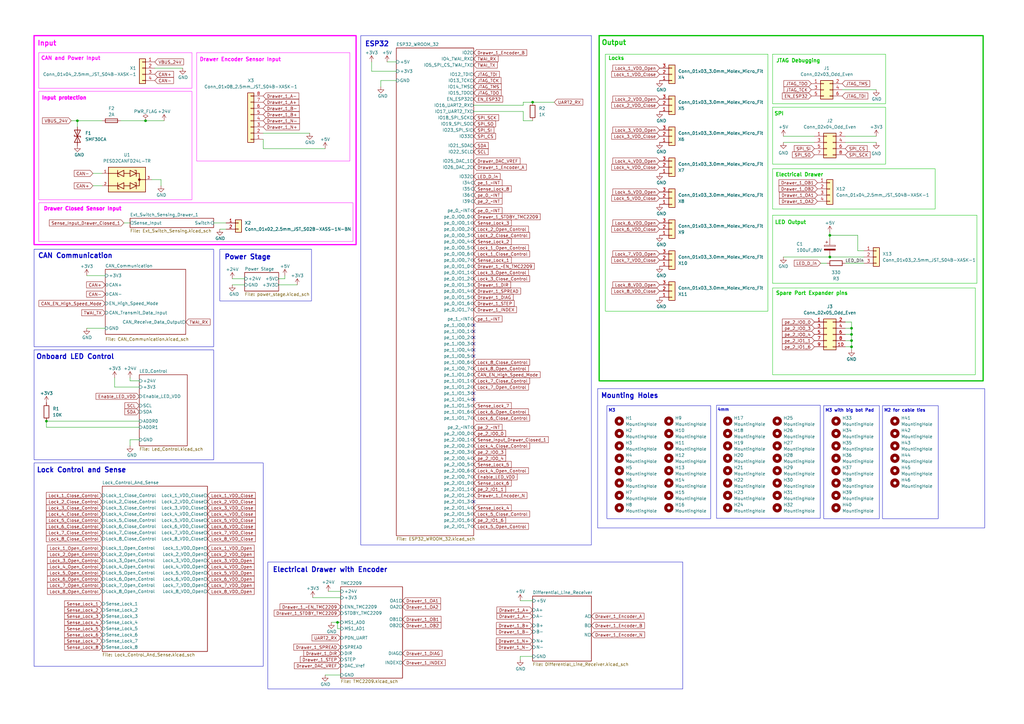
<source format=kicad_sch>
(kicad_sch (version 20231120) (generator "eeschema") (generator_version "8.0")
  (paper "A3")
  (junction (at 349.25 134.62))
  (junction (at 59.69 49.53))
  (junction (at 349.25 139.7))
  (junction (at 19.05 172.72))
  (junction (at 138.43 255.27))
  (junction (at 349.25 137.16))
  (junction (at 349.25 142.24))
  (junction (at 218.44 41.91))
  (junction (at 340.36 105.41))
  (junction (at 31.75 49.53))
  (junction (at 340.36 96.52))
  (no_connect (at 194.31 205.74))
  (no_connect (at 194.31 135.89))
  (no_connect (at 194.31 161.29))
  (no_connect (at 194.31 133.35))
  (no_connect (at 194.31 163.83))
  (no_connect (at 194.31 138.43))
  (no_connect (at 194.31 140.97))
  (no_connect (at 194.31 146.05))
  (no_connect (at 194.31 143.51))
  (wire (pts (xy 349.25 139.7) (xy 346.71 139.7)))
  (wire (pts (xy 349.25 132.08) (xy 346.71 132.08)))
  (wire (pts (xy 321.31 58.42) (xy 334.01 58.42)))
  (wire (pts (xy 87.63 91.44) (xy 92.71 91.44)))
  (wire (pts (xy 214.63 43.18) (xy 214.63 41.91)))
  (wire (pts (xy 38.1 76.2) (xy 41.91 76.2)))
  (wire (pts (xy 213.36 269.24) (xy 213.36 270.51)))
  (wire (pts (xy 139.7 255.27) (xy 138.43 255.27)))
  (wire (pts (xy 66.04 73.66) (xy 66.04 76.2)))
  (wire (pts (xy 95.25 116.84) (xy 100.33 116.84)))
  (wire (pts (xy 107.95 60.96) (xy 107.95 57.15)))
  (wire (pts (xy 62.23 73.66) (xy 66.04 73.66)))
  (wire (pts (xy 46.99 158.75) (xy 46.99 154.94)))
  (wire (pts (xy 134.62 242.57) (xy 139.7 242.57)))
  (wire (pts (xy 152.4 29.21) (xy 162.56 29.21)))
  (wire (pts (xy 31.75 49.53) (xy 41.91 49.53)))
  (wire (pts (xy 67.31 49.53) (xy 59.69 49.53)))
  (wire (pts (xy 139.7 276.86) (xy 133.35 276.86)))
  (wire (pts (xy 346.71 55.88) (xy 359.41 55.88)))
  (wire (pts (xy 349.25 143.51) (xy 349.25 142.24)))
  (wire (pts (xy 63.5 27.94) (xy 74.93 27.94)))
  (wire (pts (xy 340.36 95.25) (xy 340.36 96.52)))
  (wire (pts (xy 158.75 25.4) (xy 162.56 25.4)))
  (wire (pts (xy 128.27 245.11) (xy 139.7 245.11)))
  (wire (pts (xy 50.8 91.44) (xy 53.34 91.44)))
  (wire (pts (xy 53.34 182.88) (xy 53.34 180.34)))
  (wire (pts (xy 38.1 71.12) (xy 41.91 71.12)))
  (wire (pts (xy 53.34 156.21) (xy 57.15 156.21)))
  (wire (pts (xy 346.71 142.24) (xy 349.25 142.24)))
  (wire (pts (xy 345.44 36.83) (xy 359.41 36.83)))
  (wire (pts (xy 31.75 49.53) (xy 31.75 52.07)))
  (wire (pts (xy 218.44 269.24) (xy 213.36 269.24)))
  (wire (pts (xy 135.89 255.27) (xy 138.43 255.27)))
  (wire (pts (xy 351.79 96.52) (xy 351.79 102.87)))
  (wire (pts (xy 340.36 96.52) (xy 351.79 96.52)))
  (wire (pts (xy 340.36 96.52) (xy 340.36 97.79)))
  (wire (pts (xy 35.56 113.03) (xy 43.18 113.03)))
  (wire (pts (xy 321.31 105.41) (xy 340.36 105.41)))
  (wire (pts (xy 114.3 114.3) (xy 116.84 114.3)))
  (wire (pts (xy 116.84 114.3) (xy 116.84 113.03)))
  (wire (pts (xy 156.21 33.02) (xy 156.21 35.56)))
  (wire (pts (xy 57.15 158.75) (xy 46.99 158.75)))
  (wire (pts (xy 90.17 93.98) (xy 92.71 93.98)))
  (wire (pts (xy 194.31 45.72) (xy 214.63 45.72)))
  (wire (pts (xy 138.43 255.27) (xy 138.43 257.81)))
  (wire (pts (xy 336.55 107.95) (xy 339.09 107.95)))
  (wire (pts (xy 213.36 246.38) (xy 218.44 246.38)))
  (wire (pts (xy 346.71 107.95) (xy 354.33 107.95)))
  (wire (pts (xy 214.63 49.53) (xy 218.44 49.53)))
  (wire (pts (xy 349.25 142.24) (xy 349.25 139.7)))
  (wire (pts (xy 346.71 58.42) (xy 359.41 58.42)))
  (wire (pts (xy 35.56 134.62) (xy 43.18 134.62)))
  (wire (pts (xy 49.53 49.53) (xy 59.69 49.53)))
  (wire (pts (xy 340.36 105.41) (xy 354.33 105.41)))
  (wire (pts (xy 214.63 45.72) (xy 214.63 49.53)))
  (wire (pts (xy 152.4 25.4) (xy 152.4 29.21)))
  (wire (pts (xy 349.25 139.7) (xy 349.25 137.16)))
  (wire (pts (xy 19.05 172.72) (xy 57.15 172.72)))
  (wire (pts (xy 214.63 41.91) (xy 218.44 41.91)))
  (wire (pts (xy 114.3 116.84) (xy 121.92 116.84)))
  (wire (pts (xy 138.43 257.81) (xy 139.7 257.81)))
  (wire (pts (xy 349.25 134.62) (xy 349.25 132.08)))
  (wire (pts (xy 95.25 114.3) (xy 100.33 114.3)))
  (wire (pts (xy 346.71 134.62) (xy 349.25 134.62)))
  (wire (pts (xy 218.44 41.91) (xy 227.33 41.91)))
  (wire (pts (xy 29.21 49.53) (xy 31.75 49.53)))
  (wire (pts (xy 162.56 33.02) (xy 156.21 33.02)))
  (wire (pts (xy 107.95 60.96) (xy 133.35 60.96)))
  (wire (pts (xy 57.15 175.26) (xy 19.05 175.26)))
  (wire (pts (xy 349.25 137.16) (xy 349.25 134.62)))
  (wire (pts (xy 351.79 102.87) (xy 354.33 102.87)))
  (wire (pts (xy 53.34 154.94) (xy 53.34 156.21)))
  (wire (pts (xy 53.34 180.34) (xy 57.15 180.34)))
  (wire (pts (xy 349.25 137.16) (xy 346.71 137.16)))
  (wire (pts (xy 19.05 175.26) (xy 19.05 172.72)))
  (wire (pts (xy 321.31 55.88) (xy 334.01 55.88)))
  (wire (pts (xy 107.95 54.61) (xy 127 54.61)))
  (wire (pts (xy 194.31 43.18) (xy 214.63 43.18)))
  (rectangle (start 13.97 14.605) (end 146.05 100.33) (stroke (width 0.5) (color 255 0 255 1)))
  (rectangle (start 293.878 166.243) (end 336.423 212.598))
  (rectangle (start 316.865 118.11) (end 400.05 153.67) (stroke (width 0) (color 0 194 0 1)))
  (rectangle (start 13.97 189.865) (end 107.95 273.304))
  (rectangle (start 245.745 14.605) (end 403.225 156.21) (stroke (width 0.5) (color 0 194 0 1)))
  (rectangle (start 13.97 143.51) (end 87.63 188.595))
  (rectangle (start 316.865 88.265) (end 400.685 116.205) (stroke (width 0) (color 0 194 0 1)))
  (rectangle (start 147.955 14.605) (end 242.57 223.52))
  (rectangle (start 15.875 37.465) (end 78.74 81.915) (stroke (width 0) (color 255 0 255 1)))
  (rectangle (start 15.875 21.59) (end 78.74 36.195) (stroke (width 0) (color 255 0 255 1)))
  (rectangle (start 337.82 166.37) (end 360.68 212.725))
  (rectangle (start 80.645 21.59) (end 143.51 66.04) (stroke (width 0) (color 255 0 255 1)))
  (rectangle (start 248.92 166.37) (end 291.465 212.725))
  (rectangle (start 316.865 43.942) (end 363.22 67.31) (stroke (width 0) (color 0 194 0 1)))
  (rectangle (start 361.95 166.37) (end 384.81 212.725))
  (rectangle (start 90.17 102.235) (end 127.762 123.444))
  (rectangle (start 13.97 102.235) (end 87.63 142.24))
  (rectangle (start 245.11 159.385) (end 403.86 216.535))
  (rectangle (start 248.285 22.225) (end 314.96 127.635) (stroke (width 0) (color 0 194 0 1)))
  (rectangle (start 15.875 83.185) (end 144.78 99.06) (stroke (width 0) (color 255 0 255 1)))
  (rectangle (start 316.865 69.215) (end 383.54 85.725) (stroke (width 0) (color 0 194 0 1)))
  (rectangle (start 316.865 22.225) (end 363.22 42.545) (stroke (width 0) (color 0 194 0 1)))
  (rectangle (start 109.855 230.505) (end 280.035 282.575))
  (text "Lock Control and Sense" (at 14.986 194.056 0) (effects (font (size 2 2) (thickness 0.4) (bold yes)) (justify left bottom)))
  (text "Locks" (at 249.428 24.892 0) (effects (font (size 1.5 1.5) (bold yes)) (justify left bottom)))
  (text "Electrical Drawer" (at 318.008 72.644 0) (effects (font (size 1.5 1.5) (bold yes)) (justify left bottom)))
  (text "JTAG Debugging" (at 318.262 25.908 0) (effects (font (size 1.5 1.5) (bold yes)) (justify left bottom)))
  (text "CAN and Power Input" (at 16.764 24.892 0) (effects (font (size 1.5 1.5) (bold yes)) (justify left bottom)))
  (text "Output" (at 246.634 18.796 0) (effects (font (size 2 2) (thickness 0.4) (bold yes)) (justify left bottom)))
  (text "Electrical Drawer with Encoder" (at 111.76 234.95 0) (effects (font (size 2 2) (thickness 0.4) (bold yes)) (justify left bottom)))
  (text "Input\n" (at 15.24 19.05 0) (effects (font (size 2 2) (thickness 0.4) (bold yes)) (justify left bottom)))
  (text "LED Output" (at 317.754 92.202 0) (effects (font (size 1.5 1.5) (bold yes)) (justify left bottom)))
  (text "CAN Communication\n" (at 15.494 106.172 0) (effects (font (size 2 2) (thickness 0.4) (bold yes)) (justify left bottom)))
  (text "Input protection\n" (at 17.018 41.148 0) (effects (font (size 1.5 1.5) (thickness 0.4) (bold yes)) (justify left bottom)))
  (text "ESP32" (at 149.606 19.304 0) (effects (font (size 2 2) (thickness 0.4) (bold yes)) (justify left bottom)))
  (text "M2 for cable ties" (at 371.094 168.402 0) (effects (font (size 1.27 1.27) (thickness 0.254) (bold yes))))
  (text "Onboard LED Control" (at 14.732 147.574 0) (effects (font (size 2 2) (thickness 0.4) (bold yes)) (justify left bottom)))
  (text "Drawer Encoder Sensor Input" (at 81.788 25.4 0) (effects (font (size 1.5 1.5) (bold yes)) (justify left bottom)))
  (text "SPI" (at 317.5 47.625 0) (effects (font (size 1.5 1.5) (bold yes)) (justify left bottom)))
  (text "M3" (at 250.952 168.402 0) (effects (font (size 1.27 1.27) (thickness 0.254) (bold yes))))
  (text "M3 with big bot Pad" (at 348.488 168.402 0) (effects (font (size 1.27 1.27) (thickness 0.254) (bold yes))))
  (text "Mounting Holes" (at 246.38 163.576 0) (effects (font (size 2 2) (thickness 0.4) (bold yes)) (justify left bottom)))
  (text "Power Stage" (at 91.948 106.68 0) (effects (font (size 2 2) (thickness 0.4) (bold yes)) (justify left bottom)))
  (text "4mm" (at 296.672 168.148 0) (effects (font (size 1.27 1.27) (thickness 0.254) (bold yes))))
  (text "Spare Port Expander pins" (at 318.135 121.285 0) (effects (font (size 1.5 1.5) (bold yes)) (justify left bottom)))
  (text "Drawer Closed Sensor Input" (at 17.78 86.614 0) (effects (font (size 1.5 1.5) (thickness 0.4) (bold yes)) (justify left bottom)))
  (label "LED_Din" (at 346.71 107.95 0))
  (global_label "Drawer_1_Encoder_N" (shape input) (at 242.57 260.35 0) (property "Intersheetrefs" "${INTERSHEET_REFS}" (effects (hide yes))))
  (global_label "Lock_5_Open_Control" (shape input) (at 194.31 215.9 0) (property "Intersheetrefs" "${INTERSHEET_REFS}" (effects (hide yes))))
  (global_label "pe_2_IO0_4" (shape input) (at 334.01 137.16 180) (property "Intersheetrefs" "${INTERSHEET_REFS}" (effects (hide yes))))
  (global_label "Lock_7_Open_Control" (shape input) (at 41.91 240.03 180) (property "Intersheetrefs" "${INTERSHEET_REFS}" (effects (hide yes))))
  (global_label "Sense_Lock_5" (shape input) (at 194.31 190.5 0) (property "Intersheetrefs" "${INTERSHEET_REFS}" (effects (hide yes))))
  (global_label "Drawer_1_~EN_TMC2209" (shape input) (at 194.31 109.22 0) (property "Intersheetrefs" "${INTERSHEET_REFS}" (effects (hide yes))))
  (global_label "Lock_5_VDD_Open" (shape input) (at 85.09 234.95 0) (property "Intersheetrefs" "${INTERSHEET_REFS}" (effects (hide yes))))
  (global_label "Lock_6_VDD_Open" (shape input) (at 85.09 237.49 0) (property "Intersheetrefs" "${INTERSHEET_REFS}" (effects (hide yes))))
  (global_label "Drawer_1_B+" (shape input) (at 218.44 256.54 180) (property "Intersheetrefs" "${INTERSHEET_REFS}" (effects (hide yes))))
  (global_label "Lock_5_VDD_Close" (shape input) (at 85.09 213.36 0) (property "Intersheetrefs" "${INTERSHEET_REFS}" (effects (hide yes))))
  (global_label "Sense_Lock_7" (shape input) (at 194.31 166.37 0) (property "Intersheetrefs" "${INTERSHEET_REFS}" (effects (hide yes))))
  (global_label "JTAG_TCK" (shape input) (at 194.31 33.02 0) (property "Intersheetrefs" "${INTERSHEET_REFS}" (effects (hide yes))))
  (global_label "Sense_Lock_4" (shape input) (at 194.31 208.28 0) (property "Intersheetrefs" "${INTERSHEET_REFS}" (effects (hide yes))))
  (global_label "Lock_8_Close_Control" (shape input) (at 194.31 148.59 0) (property "Intersheetrefs" "${INTERSHEET_REFS}" (effects (hide yes))))
  (global_label "Drawer_1_B+" (shape input) (at 107.95 46.99 0) (property "Intersheetrefs" "${INTERSHEET_REFS}" (effects (hide yes))))
  (global_label "Drawer_1_Encoder_A" (shape input) (at 194.31 68.58 0) (property "Intersheetrefs" "${INTERSHEET_REFS}" (effects (hide yes))))
  (global_label "pe_2_IO1_6" (shape input) (at 194.31 213.36 0) (property "Intersheetrefs" "${INTERSHEET_REFS}" (effects (hide yes))))
  (global_label "Lock_3_VDD_Close" (shape input) (at 270.51 55.88 180) (property "Intersheetrefs" "${INTERSHEET_REFS}" (effects (hide yes))))
  (global_label "EN_ESP32" (shape input) (at 194.31 40.64 0) (property "Intersheetrefs" "${INTERSHEET_REFS}" (effects (hide yes))))
  (global_label "SDA" (shape input) (at 194.31 59.69 0) (property "Intersheetrefs" "${INTERSHEET_REFS}" (effects (hide yes))))
  (global_label "pe_1_~INT" (shape input) (at 194.31 74.93 0) (property "Intersheetrefs" "${INTERSHEET_REFS}" (effects (hide yes))))
  (global_label "Lock_7_Close_Control" (shape input) (at 194.31 156.21 0) (property "Intersheetrefs" "${INTERSHEET_REFS}" (effects (hide yes))))
  (global_label "pe_2_IO1_6" (shape input) (at 334.01 142.24 180) (property "Intersheetrefs" "${INTERSHEET_REFS}" (effects (hide yes))))
  (global_label "Lock_8_VDD_Open" (shape input) (at 270.51 116.84 180) (property "Intersheetrefs" "${INTERSHEET_REFS}" (effects (hide yes))))
  (global_label "Drawer_DAC_VREF" (shape input) (at 194.31 66.04 0) (property "Intersheetrefs" "${INTERSHEET_REFS}" (effects (hide yes))))
  (global_label "Drawer_1_INDEX" (shape input) (at 165.1 271.78 0) (property "Intersheetrefs" "${INTERSHEET_REFS}" (effects (hide yes))))
  (global_label "Lock_1_Close_Control" (shape input) (at 41.91 203.2 180) (property "Intersheetrefs" "${INTERSHEET_REFS}" (effects (hide yes))))
  (global_label "JTAG_TDI" (shape input) (at 345.44 39.37 0) (property "Intersheetrefs" "${INTERSHEET_REFS}" (effects (hide yes))))
  (global_label "Drawer_1_STEP" (shape input) (at 194.31 124.46 0) (property "Intersheetrefs" "${INTERSHEET_REFS}" (effects (hide yes))))
  (global_label "Drawer_1_STDBY_TMC2209" (shape input) (at 194.31 88.9 0) (property "Intersheetrefs" "${INTERSHEET_REFS}" (effects (hide yes))))
  (global_label "Drawer_1_N-" (shape input) (at 107.95 49.53 0) (property "Intersheetrefs" "${INTERSHEET_REFS}" (effects (hide yes))))
  (global_label "pe_0_~INT" (shape input) (at 194.31 86.36 0) (property "Intersheetrefs" "${INTERSHEET_REFS}" (effects (hide yes))))
  (global_label "CAN_EN_High_Speed_Mode" (shape input) (at 194.31 153.67 0) (property "Intersheetrefs" "${INTERSHEET_REFS}" (effects (hide yes))))
  (global_label "Lock_1_Open_Control" (shape input) (at 194.31 101.6 0) (property "Intersheetrefs" "${INTERSHEET_REFS}" (effects (hide yes))))
  (global_label "UART2_RX" (shape input) (at 227.33 41.91 0) (property "Intersheetrefs" "${INTERSHEET_REFS}" (effects (hide yes))))
  (global_label "Lock_4_Close_Control" (shape input) (at 194.31 182.88 0) (property "Intersheetrefs" "${INTERSHEET_REFS}" (effects (hide yes))))
  (global_label "Drawer_1_N+" (shape input) (at 218.44 262.89 180) (property "Intersheetrefs" "${INTERSHEET_REFS}" (effects (hide yes))))
  (global_label "JTAG_TDO" (shape input) (at 194.31 38.1 0) (property "Intersheetrefs" "${INTERSHEET_REFS}" (effects (hide yes))))
  (global_label "Lock_7_VDD_Close" (shape input) (at 270.51 106.68 180) (property "Intersheetrefs" "${INTERSHEET_REFS}" (effects (hide yes))))
  (global_label "pe_2_IO1_1" (shape input) (at 194.31 200.66 0) (property "Intersheetrefs" "${INTERSHEET_REFS}" (effects (hide yes))))
  (global_label "Drawer_1_Encoder_B" (shape input) (at 194.31 21.59 0) (property "Intersheetrefs" "${INTERSHEET_REFS}" (effects (hide yes))))
  (global_label "Enable_LED_VDD" (shape input) (at 194.31 195.58 0) (property "Intersheetrefs" "${INTERSHEET_REFS}" (effects (hide yes))))
  (global_label "Lock_1_VDD_Close" (shape input) (at 85.09 203.2 0) (property "Intersheetrefs" "${INTERSHEET_REFS}" (effects (hide yes))))
  (global_label "Lock_5_Close_Control" (shape input) (at 41.91 213.36 180) (property "Intersheetrefs" "${INTERSHEET_REFS}" (effects (hide yes))))
  (global_label "Lock_1_Open_Control" (shape input) (at 41.91 224.79 180) (property "Intersheetrefs" "${INTERSHEET_REFS}" (effects (hide yes))))
  (global_label "Lock_3_VDD_Open" (shape input) (at 270.51 53.34 180) (property "Intersheetrefs" "${INTERSHEET_REFS}" (effects (hide yes))))
  (global_label "Lock_2_Close_Control" (shape input) (at 194.31 96.52 0) (property "Intersheetrefs" "${INTERSHEET_REFS}" (effects (hide yes))))
  (global_label "Sense_Lock_2" (shape input) (at 41.91 250.19 180) (property "Intersheetrefs" "${INTERSHEET_REFS}" (effects (hide yes))))
  (global_label "Lock_6_Open_Control" (shape input) (at 41.91 237.49 180) (property "Intersheetrefs" "${INTERSHEET_REFS}" (effects (hide yes))))
  (global_label "SPI_SI" (shape input) (at 334.01 60.96 180) (property "Intersheetrefs" "${INTERSHEET_REFS}" (effects (hide yes))))
  (global_label "Lock_1_VDD_Open" (shape input) (at 270.51 27.94 180) (property "Intersheetrefs" "${INTERSHEET_REFS}" (effects (hide yes))))
  (global_label "Lock_3_Close_Control" (shape input) (at 194.31 114.3 0) (property "Intersheetrefs" "${INTERSHEET_REFS}" (effects (hide yes))))
  (global_label "VBUS_24V" (shape input) (at 63.5 25.4 0) (property "Intersheetrefs" "${INTERSHEET_REFS}" (effects (hide yes))))
  (global_label "Sense_Lock_3" (shape input) (at 194.31 91.44 0) (property "Intersheetrefs" "${INTERSHEET_REFS}" (effects (hide yes))))
  (global_label "Drawer_1_STEP" (shape input) (at 139.7 270.51 180) (property "Intersheetrefs" "${INTERSHEET_REFS}" (effects (hide yes))))
  (global_label "Drawer_1_OB2" (shape input) (at 165.1 256.54 0) (property "Intersheetrefs" "${INTERSHEET_REFS}" (effects (hide yes))))
  (global_label "Enable_LED_VDD" (shape input) (at 57.15 162.56 180) (property "Intersheetrefs" "${INTERSHEET_REFS}" (effects (hide yes))))
  (global_label "Sense_Lock_6" (shape input) (at 41.91 260.35 180) (property "Intersheetrefs" "${INTERSHEET_REFS}" (effects (hide yes))))
  (global_label "Lock_2_VDD_Open" (shape input) (at 270.51 40.64 180) (property "Intersheetrefs" "${INTERSHEET_REFS}" (effects (hide yes))))
  (global_label "Lock_5_Open_Control" (shape input) (at 41.91 234.95 180) (property "Intersheetrefs" "${INTERSHEET_REFS}" (effects (hide yes))))
  (global_label "SCL" (shape input) (at 194.31 62.23 0) (property "Intersheetrefs" "${INTERSHEET_REFS}" (effects (hide yes))))
  (global_label "CAN-" (shape input) (at 38.1 71.12 180) (property "Intersheetrefs" "${INTERSHEET_REFS}" (effects (hide yes))))
  (global_label "Drawer_1_Encoder_B" (shape input) (at 242.57 256.54 0) (property "Intersheetrefs" "${INTERSHEET_REFS}" (effects (hide yes))))
  (global_label "Lock_6_Open_Control" (shape input) (at 194.31 168.91 0) (property "Intersheetrefs" "${INTERSHEET_REFS}" (effects (hide yes))))
  (global_label "Lock_2_VDD_Close" (shape input) (at 270.51 43.18 180) (property "Intersheetrefs" "${INTERSHEET_REFS}" (effects (hide yes))))
  (global_label "pe_2_IO0_3" (shape input) (at 194.31 185.42 0) (property "Intersheetrefs" "${INTERSHEET_REFS}" (effects (hide yes))))
  (global_label "Drawer_1_OB1" (shape input) (at 165.1 254 0) (property "Intersheetrefs" "${INTERSHEET_REFS}" (effects (hide yes))))
  (global_label "Drawer_1_STDBY_TMC2209" (shape input) (at 139.7 251.46 180) (property "Intersheetrefs" "${INTERSHEET_REFS}" (effects (hide yes))))
  (global_label "Lock_1_VDD_Open" (shape input) (at 85.09 224.79 0) (property "Intersheetrefs" "${INTERSHEET_REFS}" (effects (hide yes))))
  (global_label "Lock_8_VDD_Close" (shape input) (at 85.09 220.98 0) (property "Intersheetrefs" "${INTERSHEET_REFS}" (effects (hide yes))))
  (global_label "pe_2_IO0_0" (shape input) (at 194.31 177.8 0) (property "Intersheetrefs" "${INTERSHEET_REFS}" (effects (hide yes))))
  (global_label "JTAG_TMS" (shape input) (at 194.31 35.56 0) (property "Intersheetrefs" "${INTERSHEET_REFS}" (effects (hide yes))))
  (global_label "Lock_3_Open_Control" (shape input) (at 194.31 111.76 0) (property "Intersheetrefs" "${INTERSHEET_REFS}" (effects (hide yes))))
  (global_label "Drawer_DAC_VREF" (shape input) (at 139.7 273.05 180) (property "Intersheetrefs" "${INTERSHEET_REFS}" (effects (hide yes))))
  (global_label "VBUS_24V" (shape input) (at 29.21 49.53 180) (property "Intersheetrefs" "${INTERSHEET_REFS}" (effects (hide yes))))
  (global_label "Lock_3_Close_Control" (shape input) (at 41.91 208.28 180) (property "Intersheetrefs" "${INTERSHEET_REFS}" (effects (hide yes))))
  (global_label "Lock_2_VDD_Close" (shape input) (at 85.09 205.74 0) (property "Intersheetrefs" "${INTERSHEET_REFS}" (effects (hide yes))))
  (global_label "Sense_Input_Drawer_Closed_1" (shape input) (at 50.8 91.44 180) (property "Intersheetrefs" "${INTERSHEET_REFS}" (effects (hide yes))))
  (global_label "Lock_4_VDD_Open" (shape input) (at 270.51 66.04 180) (property "Intersheetrefs" "${INTERSHEET_REFS}" (effects (hide yes))))
  (global_label "Sense_Lock_6" (shape input) (at 194.31 198.12 0) (property "Intersheetrefs" "${INTERSHEET_REFS}" (effects (hide yes))))
  (global_label "Drawer_1_OB2" (shape input) (at 335.28 77.47 180) (property "Intersheetrefs" "${INTERSHEET_REFS}" (effects (hide yes))))
  (global_label "SPI_SO" (shape input) (at 194.31 50.8 0) (property "Intersheetrefs" "${INTERSHEET_REFS}" (effects (hide yes))))
  (global_label "pe_2_IO1_1" (shape input) (at 334.01 139.7 180) (property "Intersheetrefs" "${INTERSHEET_REFS}" (effects (hide yes))))
  (global_label "Lock_5_Close_Control" (shape input) (at 194.31 210.82 0) (property "Intersheetrefs" "${INTERSHEET_REFS}" (effects (hide yes))))
  (global_label "Lock_3_Open_Control" (shape input) (at 41.91 229.87 180) (property "Intersheetrefs" "${INTERSHEET_REFS}" (effects (hide yes))))
  (global_label "pe_1_~INT" (shape input) (at 194.31 130.81 0) (property "Intersheetrefs" "${INTERSHEET_REFS}" (effects (hide yes))))
  (global_label "SCL" (shape input) (at 57.15 166.37 180) (property "Intersheetrefs" "${INTERSHEET_REFS}" (effects (hide yes))))
  (global_label "CAN-" (shape input) (at 63.5 33.02 0) (property "Intersheetrefs" "${INTERSHEET_REFS}" (effects (hide yes))))
  (global_label "Lock_1_VDD_Close" (shape input) (at 270.51 30.48 180) (property "Intersheetrefs" "${INTERSHEET_REFS}" (effects (hide yes))))
  (global_label "Lock_6_VDD_Close" (shape input) (at 85.09 215.9 0) (property "Intersheetrefs" "${INTERSHEET_REFS}" (effects (hide yes))))
  (global_label "Drawer_1_N-" (shape input) (at 218.44 265.43 180) (property "Intersheetrefs" "${INTERSHEET_REFS}" (effects (hide yes))))
  (global_label "Drawer_1_~EN_TMC2209" (shape input) (at 139.7 248.92 180) (property "Intersheetrefs" "${INTERSHEET_REFS}" (effects (hide yes))))
  (global_label "SPI_CS" (shape input) (at 346.71 60.96 0) (property "Intersheetrefs" "${INTERSHEET_REFS}" (effects (hide yes))))
  (global_label "pe_0_~INT" (shape input) (at 194.31 80.01 0) (property "Intersheetrefs" "${INTERSHEET_REFS}" (effects (hide yes))))
  (global_label "Drawer_1_DIAG" (shape input) (at 165.1 267.97 0) (property "Intersheetrefs" "${INTERSHEET_REFS}" (effects (hide yes))))
  (global_label "Lock_3_VDD_Open" (shape input) (at 85.09 229.87 0) (property "Intersheetrefs" "${INTERSHEET_REFS}" (effects (hide yes))))
  (global_label "Sense_Lock_8" (shape input) (at 41.91 265.43 180) (property "Intersheetrefs" "${INTERSHEET_REFS}" (effects (hide yes))))
  (global_label "Lock_6_VDD_Open" (shape input) (at 270.51 91.44 180) (property "Intersheetrefs" "${INTERSHEET_REFS}" (effects (hide yes))))
  (global_label "Drawer_1_A-" (shape input) (at 107.95 39.37 0) (property "Intersheetrefs" "${INTERSHEET_REFS}" (effects (hide yes))))
  (global_label "EN_ESP32" (shape input) (at 332.74 39.37 180) (property "Intersheetrefs" "${INTERSHEET_REFS}" (effects (hide yes))))
  (global_label "JTAG_TCK" (shape input) (at 332.74 36.83 180) (property "Intersheetrefs" "${INTERSHEET_REFS}" (effects (hide yes))))
  (global_label "LED_D_in" (shape input) (at 194.31 72.39 0) (property "Intersheetrefs" "${INTERSHEET_REFS}" (effects (hide yes))))
  (global_label "pe_2_~INT" (shape input) (at 194.31 175.26 0) (property "Intersheetrefs" "${INTERSHEET_REFS}" (effects (hide yes))))
  (global_label "Lock_7_VDD_Close" (shape input) (at 85.09 218.44 0) (property "Intersheetrefs" "${INTERSHEET_REFS}" (effects (hide yes))))
  (global_label "Lock_2_VDD_Open" (shape input) (at 85.09 227.33 0) (property "Intersheetrefs" "${INTERSHEET_REFS}" (effects (hide yes))))
  (global_label "Drawer_1_OA1" (shape input) (at 165.1 246.38 0) (property "Intersheetrefs" "${INTERSHEET_REFS}" (effects (hide yes))))
  (global_label "Sense_Lock_8" (shape input) (at 194.31 77.47 0) (property "Intersheetrefs" "${INTERSHEET_REFS}" (effects (hide yes))))
  (global_label "CAN+" (shape input) (at 38.1 76.2 180) (property "Intersheetrefs" "${INTERSHEET_REFS}" (effects (hide yes))))
  (global_label "TWAI_TX" (shape input) (at 43.18 128.27 180) (property "Intersheetrefs" "${INTERSHEET_REFS}" (effects (hide yes))))
  (global_label "Lock_7_VDD_Open" (shape input) (at 270.51 104.14 180) (property "Intersheetrefs" "${INTERSHEET_REFS}" (effects (hide yes))))
  (global_label "CAN+" (shape input) (at 43.18 116.84 180) (property "Intersheetrefs" "${INTERSHEET_REFS}" (effects (hide yes))))
  (global_label "Drawer_1_DIR" (shape input) (at 194.31 116.84 0) (property "Intersheetrefs" "${INTERSHEET_REFS}" (effects (hide yes))))
  (global_label "Sense_Lock_1" (shape input) (at 194.31 106.68 0) (property "Intersheetrefs" "${INTERSHEET_REFS}" (effects (hide yes))))
  (global_label "Lock_4_VDD_Close" (shape input) (at 270.51 68.58 180) (property "Intersheetrefs" "${INTERSHEET_REFS}" (effects (hide yes))))
  (global_label "Lock_5_VDD_Open" (shape input) (at 270.51 78.74 180) (property "Intersheetrefs" "${INTERSHEET_REFS}" (effects (hide yes))))
  (global_label "Lock_4_VDD_Open" (shape input) (at 85.09 232.41 0) (property "Intersheetrefs" "${INTERSHEET_REFS}" (effects (hide yes))))
  (global_label "Drawer_1_A-" (shape input) (at 218.44 252.73 180) (property "Intersheetrefs" "${INTERSHEET_REFS}" (effects (hide yes))))
  (global_label "Lock_2_Open_Control" (shape input) (at 41.91 227.33 180) (property "Intersheetrefs" "${INTERSHEET_REFS}" (effects (hide yes))))
  (global_label "CAN+" (shape input) (at 63.5 30.48 0) (property "Intersheetrefs" "${INTERSHEET_REFS}" (effects (hide yes))))
  (global_label "JTAG_TDO" (shape input) (at 332.74 34.29 180) (property "Intersheetrefs" "${INTERSHEET_REFS}" (effects (hide yes))))
  (global_label "Lock_3_VDD_Close" (shape input) (at 85.09 208.28 0) (property "Intersheetrefs" "${INTERSHEET_REFS}" (effects (hide yes))))
  (global_label "TWAI_TX" (shape input) (at 194.31 26.67 0) (property "Intersheetrefs" "${INTERSHEET_REFS}" (effects (hide yes))))
  (global_label "Lock_8_VDD_Close" (shape input) (at 270.51 119.38 180) (property "Intersheetrefs" "${INTERSHEET_REFS}" (effects (hide yes))))
  (global_label "Lock_2_Open_Control" (shape input) (at 194.31 93.98 0) (property "Intersheetrefs" "${INTERSHEET_REFS}" (effects (hide yes))))
  (global_label "pe_2_IO0_0" (shape input) (at 334.01 132.08 180) (property "Intersheetrefs" "${INTERSHEET_REFS}" (effects (hide yes))))
  (global_label "Drawer_1_DIR" (shape input) (at 139.7 267.97 180) (property "Intersheetrefs" "${INTERSHEET_REFS}" (effects (hide yes))))
  (global_label "Lock_7_VDD_Open" (shape input) (at 85.09 240.03 0) (property "Intersheetrefs" "${INTERSHEET_REFS}" (effects (hide yes))))
  (global_label "Drawer_1_Encoder_A" (shape input) (at 242.57 252.73 0) (property "Intersheetrefs" "${INTERSHEET_REFS}" (effects (hide yes))))
  (global_label "Lock_8_Close_Control" (shape input) (at 41.91 220.98 180) (property "Intersheetrefs" "${INTERSHEET_REFS}" (effects (hide yes))))
  (global_label "Drawer_1_Encoder_N" (shape input) (at 194.31 203.2 0) (property "Intersheetrefs" "${INTERSHEET_REFS}" (effects (hide yes))))
  (global_label "Sense_Lock_7" (shape input) (at 41.91 262.89 180) (property "Intersheetrefs" "${INTERSHEET_REFS}" (effects (hide yes))))
  (global_label "pe_2_IO0_3" (shape input) (at 334.01 134.62 180) (property "Intersheetrefs" "${INTERSHEET_REFS}" (effects (hide yes))))
  (global_label "pe_2_~INT" (shape input) (at 194.31 82.55 0) (property "Intersheetrefs" "${INTERSHEET_REFS}" (effects (hide yes))))
  (global_label "Lock_7_Close_Control" (shape input) (at 41.91 218.44 180) (property "Intersheetrefs" "${INTERSHEET_REFS}" (effects (hide yes))))
  (global_label "Sense_Lock_2" (shape input) (at 194.31 99.06 0) (property "Intersheetrefs" "${INTERSHEET_REFS}" (effects (hide yes))))
  (global_label "Sense_Lock_1" (shape input) (at 41.91 247.65 180) (property "Intersheetrefs" "${INTERSHEET_REFS}" (effects (hide yes))))
  (global_label "Drawer_1_OA2" (shape input) (at 335.28 82.55 180) (property "Intersheetrefs" "${INTERSHEET_REFS}" (effects (hide yes))))
  (global_label "Drawer_1_N+" (shape input) (at 107.95 52.07 0) (property "Intersheetrefs" "${INTERSHEET_REFS}" (effects (hide yes))))
  (global_label "Drawer_1_OB1" (shape input) (at 335.28 74.93 180) (property "Intersheetrefs" "${INTERSHEET_REFS}" (effects (hide yes))))
  (global_label "SPI_SO" (shape input) (at 334.01 63.5 180) (property "Intersheetrefs" "${INTERSHEET_REFS}" (effects (hide yes))))
  (global_label "Lock_6_VDD_Close" (shape input) (at 270.51 93.98 180) (property "Intersheetrefs" "${INTERSHEET_REFS}" (effects (hide yes))))
  (global_label "JTAG_TMS" (shape input) (at 345.44 34.29 0) (property "Intersheetrefs" "${INTERSHEET_REFS}" (effects (hide yes))))
  (global_label "Lock_8_VDD_Open" (shape input) (at 85.09 242.57 0) (property "Intersheetrefs" "${INTERSHEET_REFS}" (effects (hide yes))))
  (global_label "LED_D_in" (shape input) (at 336.55 107.95 180) (property "Intersheetrefs" "${INTERSHEET_REFS}" (effects (hide yes))))
  (global_label "JTAG_TDI" (shape input) (at 194.31 30.48 0) (property "Intersheetrefs" "${INTERSHEET_REFS}" (effects (hide yes))))
  (global_label "SPI_SI" (shape input) (at 194.31 53.34 0) (property "Intersheetrefs" "${INTERSHEET_REFS}" (effects (hide yes))))
  (global_label "Lock_8_Open_Control" (shape input) (at 194.31 151.13 0) (property "Intersheetrefs" "${INTERSHEET_REFS}" (effects (hide yes))))
  (global_label "SPI_CS" (shape input) (at 194.31 55.88 0) (property "Intersheetrefs" "${INTERSHEET_REFS}" (effects (hide yes))))
  (global_label "Lock_8_Open_Control" (shape input) (at 41.91 242.57 180) (property "Intersheetrefs" "${INTERSHEET_REFS}" (effects (hide yes))))
  (global_label "SPI_SCK" (shape input) (at 346.71 63.5 0) (property "Intersheetrefs" "${INTERSHEET_REFS}" (effects (hide yes))))
  (global_label "Lock_7_Open_Control" (shape input) (at 194.31 158.75 0) (property "Intersheetrefs" "${INTERSHEET_REFS}" (effects (hide yes))))
  (global_label "Drawer_1_SPREAD" (shape input) (at 194.31 119.38 0) (property "Intersheetrefs" "${INTERSHEET_REFS}" (effects (hide yes))))
  (global_label "Lock_4_Close_Control" (shape input) (at 41.91 210.82 180) (property "Intersheetrefs" "${INTERSHEET_REFS}" (effects (hide yes))))
  (global_label "CAN_EN_High_Speed_Mode" (shape input) (at 43.18 124.46 180) (property "Intersheetrefs" "${INTERSHEET_REFS}" (effects (hide yes))))
  (global_label "Drawer_1_B-" (shape input) (at 218.44 259.08 180) (property "Intersheetrefs" "${INTERSHEET_REFS}" (effects (hide yes))))
  (global_label "Drawer_1_B-" (shape input) (at 107.95 44.45 0) (property "Intersheetrefs" "${INTERSHEET_REFS}" (effects (hide yes))))
  (global_label "SPI_SCK" (shape input) (at 194.31 48.26 0) (property "Intersheetrefs" "${INTERSHEET_REFS}" (effects (hide yes))))
  (global_label "Lock_6_Close_Control" (shape input) (at 41.91 215.9 180) (property "Intersheetrefs" "${INTERSHEET_REFS}" (effects (hide yes))))
  (global_label "Lock_2_Close_Control" (shape input) (at 41.91 205.74 180) (property "Intersheetrefs" "${INTERSHEET_REFS}" (effects (hide yes))))
  (global_label "TWAI_RX" (shape input) (at 194.31 24.13 0) (property "Intersheetrefs" "${INTERSHEET_REFS}" (effects (hide yes))))
  (global_label "Lock_4_VDD_Close" (shape input) (at 85.09 210.82 0) (property "Intersheetrefs" "${INTERSHEET_REFS}" (effects (hide yes))))
  (global_label "Lock_4_Open_Control" (shape input) (at 194.31 193.04 0) (property "Intersheetrefs" "${INTERSHEET_REFS}" (effects (hide yes))))
  (global_label "Sense_Lock_5" (shape input) (at 41.91 257.81 180) (property "Intersheetrefs" "${INTERSHEET_REFS}" (effects (hide yes))))
  (global_label "Lock_1_Close_Control" (shape input) (at 194.31 104.14 0) (property "Intersheetrefs" "${INTERSHEET_REFS}" (effects (hide yes))))
  (global_label "Drawer_1_A+" (shape input) (at 218.44 250.19 180) (property "Intersheetrefs" "${INTERSHEET_REFS}" (effects (hide yes))))
  (global_label "pe_2_IO0_4" (shape input) (at 194.31 187.96 0) (property "Intersheetrefs" "${INTERSHEET_REFS}" (effects (hide yes))))
  (global_label "Lock_4_Open_Control" (shape input) (at 41.91 232.41 180) (property "Intersheetrefs" "${INTERSHEET_REFS}" (effects (hide yes))))
  (global_label "Sense_Input_Drawer_Closed_1" (shape input) (at 194.31 180.34 0) (property "Intersheetrefs" "${INTERSHEET_REFS}" (effects (hide yes))))
  (global_label "Drawer_1_DIAG" (shape input) (at 194.31 121.92 0) (property "Intersheetrefs" "${INTERSHEET_REFS}" (effects (hide yes))))
  (global_label "Lock_5_VDD_Close" (shape input) (at 270.51 81.28 180) (property "Intersheetrefs" "${INTERSHEET_REFS}" (effects (hide yes))))
  (global_label "UART2_RX" (shape input) (at 139.7 261.62 180) (property "Intersheetrefs" "${INTERSHEET_REFS}" (effects (hide yes))))
  (global_label "Lock_6_Close_Control" (shape input) (at 194.31 171.45 0) (property "Intersheetrefs" "${INTERSHEET_REFS}" (effects (hide yes))))
  (global_label "Drawer_1_OA1" (shape input) (at 335.28 80.01 180) (property "Intersheetrefs" "${INTERSHEET_REFS}" (effects (hide yes))))
  (global_label "Drawer_1_SPREAD" (shape input) (at 139.7 265.43 180) (property "Intersheetrefs" "${INTERSHEET_REFS}" (effects (hide yes))))
  (global_label "Sense_Lock_3" (shape input) (at 41.91 252.73 180) (property "Intersheetrefs" "${INTERSHEET_REFS}" (effects (hide yes))))
  (global_label "Drawer_1_OA2" (shape input) (at 165.1 248.92 0) (property "Intersheetrefs" "${INTERSHEET_REFS}" (effects (hide yes))))
  (global_label "Drawer_1_INDEX" (shape input) (at 194.31 127 0) (property "Intersheetrefs" "${INTERSHEET_REFS}" (effects (hide yes))))
  (global_label "SDA" (shape input) (at 57.15 168.91 180) (property "Intersheetrefs" "${INTERSHEET_REFS}" (effects (hide yes))))
  (global_label "Drawer_1_A+" (shape input) (at 107.95 41.91 0) (property "Intersheetrefs" "${INTERSHEET_REFS}" (effects (hide yes))))
  (global_label "TWAI_RX" (shape input) (at 76.2 132.08 0) (property "Intersheetrefs" "${INTERSHEET_REFS}" (effects (hide yes))))
  (global_label "Sense_Lock_4" (shape input) (at 41.91 255.27 180) (property "Intersheetrefs" "${INTERSHEET_REFS}" (effects (hide yes))))
  (global_label "CAN-" (shape input) (at 43.18 120.65 180) (property "Intersheetrefs" "${INTERSHEET_REFS}" (effects (hide yes))))
  (symbol (lib_id "Mechanical:MountingHole") (at 274.32 177.8 0) (unit 1) (in_bom no)
    (property "Reference" "H10" (at 276.86 176.5299 0) (effects (justify left)))
    (property "Value" "MountingHole" (at 276.86 179.0699 0) (effects (justify left)))
    (property "Footprint" "MountingHole:MountingHole_3.2mm_M3_DIN965_Pad_TopBottom" (effects (hide yes)))
    (property "Description" "Mounting Hole without connection" (effects (hide yes)))
  )
  (symbol (lib_id "_Connector_JST:Conn_01x04_2.5mm_JST_S04B-XASK-1") (at 340.36 77.47 0) (unit 1)
    (property "Reference" "X12" (at 342.9 77.4699 0) (effects (justify left)))
    (property "Value" "Conn_01x04_2.5mm_JST_S04B-XASK-1" (at 342.9 80.0099 0) (effects (justify left)))
    (property "Footprint" "Connector_JST:JST_XA_S04B-XASK-1_1x04_P2.50mm_Horizontal" (effects (hide yes)))
    (property "Datasheet" "https://wmsc.lcsc.com/wmsc/upload/file/pdf/v2/lcsc/2304140030_JST-S04B-XASK-1-LF-SN_C265097.pdf" (effects (hide yes)))
    (property "Description" "JST pin header (standard) XA total number of poles 4 Pitch: 2.50mm S04B-XASK-1 (LF)(SN)" (effects (hide yes)))
    (property "MF" "JST" (effects (hide yes)))
    (property "MPN" "S04B-XASK-1(LF)(SN)" (effects (hide yes)))
    (property "OC_CONRAD" "741407 - VQ" (effects (hide yes)))
    (property "OC_LCSC" "C265097" (effects (hide yes)))
    (property "OC_RS" "166-7451" (effects (hide yes)))
  )
  (symbol (lib_id "power:GND") (at 270.51 83.82 0) (unit 1)
    (property "Reference" "#PWR031" (effects (hide yes)))
    (property "Value" "GND" (at 269.24 87.63 0) (effects (justify left)))
  )
  (symbol (lib_id "power:GND") (at 213.36 270.51 0) (unit 1)
    (property "Reference" "#PWR026" (effects (hide yes)))
    (property "Value" "GND" (at 211.455 274.32 0) (effects (justify left)))
  )
  (symbol (lib_id "power:+5V") (at 321.31 55.88 0) (unit 1)
    (property "Reference" "#PWR035" (effects (hide yes)))
    (property "Value" "+5V" (at 321.31 52.07 0))
  )
  (symbol (lib_id "Mechanical:MountingHole") (at 367.03 182.88 0) (unit 1) (in_bom no)
    (property "Reference" "H43" (at 369.57 181.6099 0) (effects (justify left)))
    (property "Value" "MountingHole" (at 369.57 184.1499 0) (effects (justify left)))
    (property "Footprint" "MountingHole:MountingHole_2.2mm_M2_DIN965_Pad_TopBottom" (effects (hide yes)))
    (property "Description" "Mounting Hole without connection" (effects (hide yes)))
  )
  (symbol (lib_id "_Connector_Molex:Conn_01x03_3.0mm_Molex_Micro_Fit") (at 275.59 43.18 0) (mirror x) (unit 1) (in_bom no)
    (property "Reference" "X5" (at 278.13 44.4501 0) (effects (justify left)))
    (property "Value" "Conn_01x03_3.0mm_Molex_Micro_Fit" (at 278.13 41.9101 0) (effects (justify left)))
    (property "Footprint" "Connector_Molex:Molex_Micro-Fit_3.0_43650-0315_1x03_P3.00mm_Vertical" (effects (hide yes)))
    (property "Datasheet" "https://docs.rs-online.com/9031/0900766b813c3b99.pdf" (effects (hide yes)))
    (property "Description" "Molex Micro-Fit 3.0 Leiterplatten-Stiftleiste Gerade, 3-polig / 1-reihig, Raster 3.0mm, Kabel-Platine" (effects (hide yes)))
    (property "MF" "Molex" (effects (hide yes)))
    (property "MPN" "43650-0316" (effects (hide yes)))
    (property "OC_RS" "670-4723" (effects (hide yes)))
  )
  (symbol (lib_id "power:GND") (at 270.51 109.22 0) (unit 1)
    (property "Reference" "#PWR033" (effects (hide yes)))
    (property "Value" "GND" (at 269.24 113.03 0) (effects (justify left)))
  )
  (symbol (lib_id "_Connector_JST:Conn_01x04_2.5mm_JST_S04B-XASK-1") (at 58.42 27.94 0) (mirror y) (unit 1)
    (property "Reference" "X1" (at 55.88 27.9399 0) (effects (justify left)))
    (property "Value" "Conn_01x04_2.5mm_JST_S04B-XASK-1" (at 55.88 30.4799 0) (effects (justify left)))
    (property "Footprint" "Connector_JST:JST_XA_S04B-XASK-1_1x04_P2.50mm_Horizontal" (effects (hide yes)))
    (property "Datasheet" "https://wmsc.lcsc.com/wmsc/upload/file/pdf/v2/lcsc/2304140030_JST-S04B-XASK-1-LF-SN_C265097.pdf" (effects (hide yes)))
    (property "Description" "JST pin header (standard) XA total number of poles 4 Pitch: 2.50mm S04B-XASK-1 (LF)(SN)" (effects (hide yes)))
    (property "MF" "JST" (effects (hide yes)))
    (property "MPN" "S04B-XASK-1(LF)(SN)" (effects (hide yes)))
    (property "OC_CONRAD" "741407 - VQ" (effects (hide yes)))
    (property "OC_LCSC" "C265097" (effects (hide yes)))
    (property "OC_RS" "166-7451" (effects (hide yes)))
  )
  (symbol (lib_id "Mechanical:MountingHole") (at 254 182.88 0) (unit 1) (in_bom no)
    (property "Reference" "H3" (at 256.54 181.6099 0) (effects (justify left)))
    (property "Value" "MountingHole" (at 256.54 184.1499 0) (effects (justify left)))
    (property "Footprint" "MountingHole:MountingHole_3.2mm_M3_DIN965_Pad_TopBottom" (effects (hide yes)))
    (property "Description" "Mounting Hole without connection" (effects (hide yes)))
  )
  (symbol (lib_id "power:PWR_FLAG") (at 59.69 49.53 0) (unit 1)
    (property "Reference" "#FLG01" (effects (hide yes)))
    (property "Value" "PWR_FLAG" (at 59.69 45.72 0))
  )
  (symbol (lib_id "Mechanical:MountingHole") (at 342.9 182.88 0) (unit 1) (in_bom no)
    (property "Reference" "H35" (at 345.44 181.6099 0) (effects (justify left)))
    (property "Value" "MountingHole" (at 345.44 184.1499 0) (effects (justify left)))
    (property "Footprint" "Robast:MountingHole_3.2mm_M3_Pad_Top_6.4mm_Bottom_9.4mm" (effects (hide yes)))
    (property "Description" "Mounting Hole without connection" (effects (hide yes)))
  )
  (symbol (lib_id "power:GND") (at 270.51 45.72 0) (unit 1)
    (property "Reference" "#PWR028" (effects (hide yes)))
    (property "Value" "GND" (at 269.24 49.53 0) (effects (justify left)))
  )
  (symbol (lib_id "Mechanical:MountingHole") (at 254 172.72 0) (unit 1) (in_bom no)
    (property "Reference" "H1" (at 256.54 171.4499 0) (effects (justify left)))
    (property "Value" "MountingHole" (at 256.54 173.9899 0) (effects (justify left)))
    (property "Footprint" "MountingHole:MountingHole_3.2mm_M3_DIN965_Pad_TopBottom" (effects (hide yes)))
    (property "Description" "Mounting Hole without connection" (effects (hide yes)))
  )
  (symbol (lib_id "power:GND") (at 156.21 35.56 0) (unit 1)
    (property "Reference" "#PWR023" (effects (hide yes)))
    (property "Value" "GND" (at 154.94 39.37 0) (effects (justify left)))
  )
  (symbol (lib_id "Mechanical:MountingHole") (at 254 203.2 0) (unit 1) (in_bom no)
    (property "Reference" "H7" (at 256.54 201.9299 0) (effects (justify left)))
    (property "Value" "MountingHole" (at 256.54 204.4699 0) (effects (justify left)))
    (property "Footprint" "MountingHole:MountingHole_3.2mm_M3_DIN965_Pad_TopBottom" (effects (hide yes)))
    (property "Description" "Mounting Hole without connection" (effects (hide yes)))
  )
  (symbol (lib_id "power:GND") (at 74.93 27.94 0) (unit 1)
    (property "Reference" "#PWR010" (effects (hide yes)))
    (property "Value" "GND" (at 73.025 31.75 0) (effects (justify left)))
  )
  (symbol (lib_id "Mechanical:MountingHole") (at 318.77 203.2 0) (unit 1) (in_bom no)
    (property "Reference" "H31" (at 321.31 201.9299 0) (effects (justify left)))
    (property "Value" "MountingHole" (at 321.31 204.4699 0) (effects (justify left)))
    (property "Footprint" "Robast:MountingHole_4mm_Pad_6.15mm_TopOnly" (effects (hide yes)))
    (property "Description" "Mounting Hole without connection" (effects (hide yes)))
  )
  (symbol (lib_id "Mechanical:MountingHole") (at 254 208.28 0) (unit 1) (in_bom no)
    (property "Reference" "H8" (at 256.54 207.0099 0) (effects (justify left)))
    (property "Value" "MountingHole" (at 256.54 209.5499 0) (effects (justify left)))
    (property "Footprint" "MountingHole:MountingHole_3.2mm_M3_DIN965_Pad_TopBottom" (effects (hide yes)))
    (property "Description" "Mounting Hole without connection" (effects (hide yes)))
  )
  (symbol (lib_id "Mechanical:MountingHole") (at 274.32 198.12 0) (unit 1) (in_bom no)
    (property "Reference" "H14" (at 276.86 196.8499 0) (effects (justify left)))
    (property "Value" "MountingHole" (at 276.86 199.3899 0) (effects (justify left)))
    (property "Footprint" "MountingHole:MountingHole_3.2mm_M3_DIN965_Pad_TopBottom" (effects (hide yes)))
    (property "Description" "Mounting Hole without connection" (effects (hide yes)))
  )
  (symbol (lib_id "Mechanical:MountingHole") (at 342.9 172.72 0) (unit 1) (in_bom no)
    (property "Reference" "H33" (at 345.44 171.4499 0) (effects (justify left)))
    (property "Value" "MountingHole" (at 345.44 173.9899 0) (effects (justify left)))
    (property "Footprint" "Robast:MountingHole_3.2mm_M3_Pad_Top_6.4mm_Bottom_9.4mm" (effects (hide yes)))
    (property "Description" "Mounting Hole without connection" (effects (hide yes)))
  )
  (symbol (lib_id "power:+3V3") (at 359.41 55.88 0) (unit 1)
    (property "Reference" "#PWR041" (effects (hide yes)))
    (property "Value" "+3V3" (at 359.41 52.07 0))
  )
  (symbol (lib_id "Mechanical:MountingHole") (at 342.9 198.12 0) (unit 1) (in_bom no)
    (property "Reference" "H38" (at 345.44 196.8499 0) (effects (justify left)))
    (property "Value" "MountingHole" (at 345.44 199.3899 0) (effects (justify left)))
    (property "Footprint" "Robast:MountingHole_3.2mm_M3_Pad_Top_6.4mm_Bottom_9.4mm" (effects (hide yes)))
    (property "Description" "Mounting Hole without connection" (effects (hide yes)))
  )
  (symbol (lib_id "Mechanical:MountingHole") (at 367.03 193.04 0) (unit 1) (in_bom no)
    (property "Reference" "H45" (at 369.57 191.7699 0) (effects (justify left)))
    (property "Value" "MountingHole" (at 369.57 194.3099 0) (effects (justify left)))
    (property "Footprint" "MountingHole:MountingHole_2.2mm_M2_DIN965_Pad_TopBottom" (effects (hide yes)))
    (property "Description" "Mounting Hole without connection" (effects (hide yes)))
  )
  (symbol (lib_id "Mechanical:MountingHole") (at 298.45 198.12 0) (unit 1) (in_bom no)
    (property "Reference" "H22" (at 300.99 196.8499 0) (effects (justify left)))
    (property "Value" "MountingHole" (at 300.99 199.3899 0) (effects (justify left)))
    (property "Footprint" "Robast:MountingHole_4mm_Pad_6.15mm_TopOnly" (effects (hide yes)))
    (property "Description" "Mounting Hole without connection" (effects (hide yes)))
  )
  (symbol (lib_id "power:GND") (at 359.41 58.42 0) (unit 1)
    (property "Reference" "#PWR042" (effects (hide yes)))
    (property "Value" "GND" (at 359.41 62.992 0))
  )
  (symbol (lib_id "power:+24V") (at 95.25 114.3 0) (unit 1)
    (property "Reference" "#PWR012" (effects (hide yes)))
    (property "Value" "+24V" (at 95.25 110.49 0))
  )
  (symbol (lib_id "power:+3V3") (at 46.99 154.94 0) (unit 1)
    (property "Reference" "#PWR05" (effects (hide yes)))
    (property "Value" "+3V3" (at 46.99 151.13 0))
  )
  (symbol (lib_id "power:GND") (at 127 54.61 0) (unit 1)
    (property "Reference" "#PWR016" (effects (hide yes)))
    (property "Value" "GND" (at 125.095 58.42 0) (effects (justify left)))
  )
  (symbol (lib_id "power:+3V3") (at 35.56 113.03 0) (unit 1)
    (property "Reference" "#PWR03" (effects (hide yes)))
    (property "Value" "+3V3" (at 35.56 109.22 0))
  )
  (symbol (lib_id "power:GND") (at 270.51 121.92 0) (unit 1)
    (property "Reference" "#PWR034" (effects (hide yes)))
    (property "Value" "GND" (at 269.24 125.73 0) (effects (justify left)))
  )
  (symbol (lib_id "Mechanical:MountingHole") (at 318.77 208.28 0) (unit 1) (in_bom no)
    (property "Reference" "H32" (at 321.31 207.0099 0) (effects (justify left)))
    (property "Value" "MountingHole" (at 321.31 209.5499 0) (effects (justify left)))
    (property "Footprint" "Robast:MountingHole_4mm_Pad_6.15mm_TopOnly" (effects (hide yes)))
    (property "Description" "Mounting Hole without connection" (effects (hide yes)))
  )
  (symbol (lib_id "Mechanical:MountingHole") (at 254 187.96 0) (unit 1) (in_bom no)
    (property "Reference" "H4" (at 256.54 186.6899 0) (effects (justify left)))
    (property "Value" "MountingHole" (at 256.54 189.2299 0) (effects (justify left)))
    (property "Footprint" "MountingHole:MountingHole_3.2mm_M3_DIN965_Pad_TopBottom" (effects (hide yes)))
    (property "Description" "Mounting Hole without connection" (effects (hide yes)))
  )
  (symbol (lib_id "power:+3V3") (at 152.4 25.4 0) (unit 1)
    (property "Reference" "#PWR022" (effects (hide yes)))
    (property "Value" "+3V3" (at 152.4 21.59 0))
  )
  (symbol (lib_id "Mechanical:MountingHole") (at 367.03 172.72 0) (unit 1) (in_bom no)
    (property "Reference" "H41" (at 369.57 171.4499 0) (effects (justify left)))
    (property "Value" "MountingHole" (at 369.57 173.9899 0) (effects (justify left)))
    (property "Footprint" "MountingHole:MountingHole_2.2mm_M2_DIN965_Pad_TopBottom" (effects (hide yes)))
    (property "Description" "Mounting Hole without connection" (effects (hide yes)))
  )
  (symbol (lib_id "power:GND") (at 349.25 143.51 0) (unit 1)
    (property "Reference" "#PWR039" (effects (hide yes)))
    (property "Value" "GND" (at 349.25 147.32 0))
  )
  (symbol (lib_id "power:GND") (at 135.89 255.27 0) (unit 1)
    (property "Reference" "#PWR021" (effects (hide yes)))
    (property "Value" "GND" (at 133.985 259.08 0) (effects (justify left)))
  )
  (symbol (lib_id "Mechanical:MountingHole") (at 254 177.8 0) (unit 1) (in_bom no) (on_board no)
    (property "Reference" "H2" (at 256.54 176.5299 0) (effects (justify left)))
    (property "Value" "MountingHole" (at 256.54 179.0699 0) (effects (justify left)))
    (property "Footprint" "MountingHole:MountingHole_3.2mm_M3_DIN965_Pad_TopBottom" (effects (hide yes)))
    (property "Description" "Mounting Hole without connection" (effects (hide yes)))
  )
  (symbol (lib_id "_Connector_Molex:Conn_01x03_3.0mm_Molex_Micro_Fit") (at 275.59 68.58 0) (mirror x) (unit 1) (in_bom no)
    (property "Reference" "X7" (at 278.13 69.8501 0) (effects (justify left)))
    (property "Value" "Conn_01x03_3.0mm_Molex_Micro_Fit" (at 278.13 67.3101 0) (effects (justify left)))
    (property "Footprint" "Connector_Molex:Molex_Micro-Fit_3.0_43650-0315_1x03_P3.00mm_Vertical" (effects (hide yes)))
    (property "Datasheet" "https://docs.rs-online.com/9031/0900766b813c3b99.pdf" (effects (hide yes)))
    (property "Description" "Molex Micro-Fit 3.0 Leiterplatten-Stiftleiste Gerade, 3-polig / 1-reihig, Raster 3.0mm, Kabel-Platine" (effects (hide yes)))
    (property "MF" "Molex" (effects (hide yes)))
    (property "MPN" "43650-0316" (effects (hide yes)))
    (property "OC_RS" "670-4723" (effects (hide yes)))
  )
  (symbol (lib_id "Mechanical:MountingHole") (at 342.9 193.04 0) (unit 1) (in_bom no)
    (property "Reference" "H37" (at 345.44 191.7699 0) (effects (justify left)))
    (property "Value" "MountingHole" (at 345.44 194.3099 0) (effects (justify left)))
    (property "Footprint" "Robast:MountingHole_3.2mm_M3_Pad_Top_6.4mm_Bottom_9.4mm" (effects (hide yes)))
    (property "Description" "Mounting Hole without connection" (effects (hide yes)))
  )
  (symbol (lib_id "Mechanical:MountingHole") (at 318.77 187.96 0) (unit 1) (in_bom no)
    (property "Reference" "H28" (at 321.31 186.6899 0) (effects (justify left)))
    (property "Value" "MountingHole" (at 321.31 189.2299 0) (effects (justify left)))
    (property "Footprint" "Robast:MountingHole_4mm_Pad_6.15mm_TopOnly" (effects (hide yes)))
    (property "Description" "Mounting Hole without connection" (effects (hide yes)))
  )
  (symbol (lib_id "_Connector_JST:Conn_01x02_2.5mm_JST_S02B-XASS-1N-BN") (at 97.79 91.44 0) (unit 1)
    (property "Reference" "X2" (at 100.33 91.4399 0) (effects (justify left)))
    (property "Value" "Conn_01x02_2.5mm_JST_S02B-XASS-1N-BN" (at 100.33 93.9799 0) (effects (justify left)))
    (property "Footprint" "Connector_JST:JST_XA_S02B-XASK-1N-BN_1x02_P2.50mm_Horizontal" (effects (hide yes)))
    (property "Datasheet" "https://wmsc.lcsc.com/wmsc/upload/file/pdf/v2/lcsc/1811141531_JST-S02B-XASS-1N-BN-LF-SN_C161669.pdf" (effects (hide yes)))
    (property "Description" "JST pin header (standard) XA total number of poles 2 Pitch: 2.50mm S02B-XASS-1N-BN(LF)(SN)" (effects (hide yes)))
    (property "MF" "JST" (effects (hide yes)))
    (property "MPN" "S02B-XASS-1N-BN(LF)(SN)" (effects (hide yes)))
    (property "OC_LCSC" "C161669" (effects (hide yes)))
    (property "OC_RS" "175-4729" (effects (hide yes)))
  )
  (symbol (lib_id "power:+24V") (at 134.62 242.57 0) (unit 1)
    (property "Reference" "#PWR020" (effects (hide yes)))
    (property "Value" "+24V" (at 134.62 238.76 0))
  )
  (symbol (lib_id "_Connector_Molex:Conn_01x03_3.0mm_Molex_Micro_Fit") (at 275.59 106.68 0) (mirror x) (unit 1) (in_bom no)
    (property "Reference" "X10" (at 278.13 107.9501 0) (effects (justify left)))
    (property "Value" "Conn_01x03_3.0mm_Molex_Micro_Fit" (at 278.13 105.4101 0) (effects (justify left)))
    (property "Footprint" "Connector_Molex:Molex_Micro-Fit_3.0_43650-0315_1x03_P3.00mm_Vertical" (effects (hide yes)))
    (property "Datasheet" "https://docs.rs-online.com/9031/0900766b813c3b99.pdf" (effects (hide yes)))
    (property "Description" "Molex Micro-Fit 3.0 Leiterplatten-Stiftleiste Gerade, 3-polig / 1-reihig, Raster 3.0mm, Kabel-Platine" (effects (hide yes)))
    (property "MF" "Molex" (effects (hide yes)))
    (property "MPN" "43650-0316" (effects (hide yes)))
    (property "OC_RS" "670-4723" (effects (hide yes)))
  )
  (symbol (lib_id "power:+5V") (at 158.75 25.4 0) (unit 1)
    (property "Reference" "#PWR024" (effects (hide yes)))
    (property "Value" "+5V" (at 158.75 21.59 0))
  )
  (symbol (lib_id "power:+5V") (at 133.35 60.96 0) (unit 1)
    (property "Reference" "#PWR018" (effects (hide yes)))
    (property "Value" "+5V" (at 133.35 57.15 0))
  )
  (symbol (lib_id "power:GND") (at 53.34 182.88 0) (unit 1)
    (property "Reference" "#PWR07" (effects (hide yes)))
    (property "Value" "GND" (at 52.07 186.69 0) (effects (justify left)))
  )
  (symbol (lib_id "Mechanical:MountingHole") (at 318.77 182.88 0) (unit 1) (in_bom no)
    (property "Reference" "H27" (at 321.31 181.6099 0) (effects (justify left)))
    (property "Value" "MountingHole" (at 321.31 184.1499 0) (effects (justify left)))
    (property "Footprint" "Robast:MountingHole_4mm_Pad_6.15mm_TopOnly" (effects (hide yes)))
    (property "Description" "Mounting Hole without connection" (effects (hide yes)))
  )
  (symbol (lib_id "power:+3V3") (at 128.27 245.11 0) (unit 1)
    (property "Reference" "#PWR017" (effects (hide yes)))
    (property "Value" "+3V3" (at 128.27 241.3 0))
  )
  (symbol (lib_id "power:GND") (at 31.75 59.69 0) (unit 1)
    (property "Reference" "#PWR02" (effects (hide yes)))
    (property "Value" "GND" (at 30.48 63.5 0) (effects (justify left)))
  )
  (symbol (lib_id "Mechanical:MountingHole") (at 298.45 193.04 0) (unit 1) (in_bom no)
    (property "Reference" "H21" (at 300.99 191.7699 0) (effects (justify left)))
    (property "Value" "MountingHole" (at 300.99 194.3099 0) (effects (justify left)))
    (property "Footprint" "Robast:MountingHole_4mm_Pad_6.15mm_TopOnly" (effects (hide yes)))
    (property "Description" "Mounting Hole without connection" (effects (hide yes)))
  )
  (symbol (lib_id "Mechanical:MountingHole") (at 318.77 198.12 0) (unit 1) (in_bom no)
    (property "Reference" "H30" (at 321.31 196.8499 0) (effects (justify left)))
    (property "Value" "MountingHole" (at 321.31 199.3899 0) (effects (justify left)))
    (property "Footprint" "Robast:MountingHole_4mm_Pad_6.15mm_TopOnly" (effects (hide yes)))
    (property "Description" "Mounting Hole without connection" (effects (hide yes)))
  )
  (symbol (lib_id "Connector_Generic:Conn_02x05_Odd_Even") (at 339.09 137.16 0) (unit 1) (in_bom no)
    (property "Reference" "J3" (at 340.36 125.73 0))
    (property "Value" "Conn_02x05_Odd_Even" (at 340.36 128.27 0))
    (property "Footprint" "Connector_PinSocket_2.54mm:PinSocket_2x05_P2.54mm_Vertical" (effects (hide yes)))
    (property "Description" "Generic connector, double row, 02x05, odd/even pin numbering scheme (row 1 odd numbers, row 2 even numbers), script generated (kicad-library-utils/schlib/autogen/connector/)" (effects (hide yes)))
  )
  (symbol (lib_id "power:GND") (at 66.04 76.2 0) (unit 1)
    (property "Reference" "#PWR08" (effects (hide yes)))
    (property "Value" "GND" (at 64.135 80.01 0) (effects (justify left)))
  )
  (symbol (lib_id "power:GND") (at 321.31 105.41 0) (unit 1)
    (property "Reference" "#PWR037" (effects (hide yes)))
    (property "Value" "GND" (at 321.31 109.22 0))
  )
  (symbol (lib_id "Mechanical:MountingHole") (at 342.9 177.8 0) (unit 1) (in_bom no)
    (property "Reference" "H34" (at 345.44 176.5299 0) (effects (justify left)))
    (property "Value" "MountingHole" (at 345.44 179.0699 0) (effects (justify left)))
    (property "Footprint" "Robast:MountingHole_3.2mm_M3_Pad_Top_6.4mm_Bottom_9.4mm" (effects (hide yes)))
    (property "Description" "Mounting Hole without connection" (effects (hide yes)))
  )
  (symbol (lib_id "Mechanical:MountingHole") (at 274.32 172.72 0) (unit 1) (in_bom no)
    (property "Reference" "H9" (at 276.86 171.4499 0) (effects (justify left)))
    (property "Value" "MountingHole" (at 276.86 173.9899 0) (effects (justify left)))
    (property "Footprint" "MountingHole:MountingHole_3.2mm_M3_DIN965_Pad_TopBottom" (effects (hide yes)))
    (property "Description" "Mounting Hole without connection" (effects (hide yes)))
  )
  (symbol (lib_id "power:GND") (at 90.17 93.98 0) (unit 1)
    (property "Reference" "#PWR011" (effects (hide yes)))
    (property "Value" "GND" (at 88.265 97.79 0) (effects (justify left)))
  )
  (symbol (lib_id "power:+5V") (at 213.36 246.38 0) (unit 1)
    (property "Reference" "#PWR025" (effects (hide yes)))
    (property "Value" "+5V" (at 213.36 242.57 0))
  )
  (symbol (lib_id "Mechanical:MountingHole") (at 274.32 203.2 0) (unit 1) (in_bom no)
    (property "Reference" "H15" (at 276.86 201.9299 0) (effects (justify left)))
    (property "Value" "MountingHole" (at 276.86 204.4699 0) (effects (justify left)))
    (property "Footprint" "MountingHole:MountingHole_3.2mm_M3_DIN965_Pad_TopBottom" (effects (hide yes)))
    (property "Description" "Mounting Hole without connection" (effects (hide yes)))
  )
  (symbol (lib_id "power:+5V") (at 340.36 95.25 0) (unit 1)
    (property "Reference" "#PWR038" (effects (hide yes)))
    (property "Value" "+5V" (at 340.36 91.44 0))
  )
  (symbol (lib_id "_Connector_Molex:Conn_01x03_3.0mm_Molex_Micro_Fit") (at 275.59 93.98 0) (mirror x) (unit 1) (in_bom no)
    (property "Reference" "X9" (at 278.13 95.2501 0) (effects (justify left)))
    (property "Value" "Conn_01x03_3.0mm_Molex_Micro_Fit" (at 278.13 92.7101 0) (effects (justify left)))
    (property "Footprint" "Connector_Molex:Molex_Micro-Fit_3.0_43650-0315_1x03_P3.00mm_Vertical" (effects (hide yes)))
    (property "Datasheet" "https://docs.rs-online.com/9031/0900766b813c3b99.pdf" (effects (hide yes)))
    (property "Description" "Molex Micro-Fit 3.0 Leiterplatten-Stiftleiste Gerade, 3-polig / 1-reihig, Raster 3.0mm, Kabel-Platine" (effects (hide yes)))
    (property "MF" "Molex" (effects (hide yes)))
    (property "MPN" "43650-0316" (effects (hide yes)))
    (property "OC_RS" "670-4723" (effects (hide yes)))
  )
  (symbol (lib_id "Mechanical:MountingHole") (at 367.03 198.12 0) (unit 1) (in_bom no)
    (property "Reference" "H46" (at 369.57 196.8499 0) (effects (justify left)))
    (property "Value" "MountingHole" (at 369.57 199.3899 0) (effects (justify left)))
    (property "Footprint" "MountingHole:MountingHole_2.2mm_M2_DIN965_Pad_TopBottom" (effects (hide yes)))
    (property "Description" "Mounting Hole without connection" (effects (hide yes)))
  )
  (symbol (lib_id "power:GND") (at 270.51 33.02 0) (unit 1)
    (property "Reference" "#PWR027" (effects (hide yes)))
    (property "Value" "GND" (at 269.24 36.83 0) (effects (justify left)))
  )
  (symbol (lib_id "_Connector_Molex:Conn_01x03_3.0mm_Molex_Micro_Fit") (at 275.59 81.28 0) (mirror x) (unit 1) (in_bom no)
    (property "Reference" "X8" (at 278.13 82.5501 0) (effects (justify left)))
    (property "Value" "Conn_01x03_3.0mm_Molex_Micro_Fit" (at 278.13 80.0101 0) (effects (justify left)))
    (property "Footprint" "Connector_Molex:Molex_Micro-Fit_3.0_43650-0315_1x03_P3.00mm_Vertical" (effects (hide yes)))
    (property "Datasheet" "https://docs.rs-online.com/9031/0900766b813c3b99.pdf" (effects (hide yes)))
    (property "Description" "Molex Micro-Fit 3.0 Leiterplatten-Stiftleiste Gerade, 3-polig / 1-reihig, Raster 3.0mm, Kabel-Platine" (effects (hide yes)))
    (property "MF" "Molex" (effects (hide yes)))
    (property "MPN" "43650-0316" (effects (hide yes)))
    (property "OC_RS" "670-4723" (effects (hide yes)))
  )
  (symbol (lib_id "power:GND") (at 270.51 58.42 0) (unit 1)
    (property "Reference" "#PWR029" (effects (hide yes)))
    (property "Value" "GND" (at 269.24 62.23 0) (effects (justify left)))
  )
  (symbol (lib_id "_R_0402:1K") (at 218.44 45.72 0) (unit 1)
    (property "Reference" "R2" (at 220.98 44.4499 0) (effects (justify left)))
    (property "Value" "1K" (at 220.98 46.9899 0) (effects (justify left)))
    (property "Footprint" "Resistor_SMD:R_0402_1005Metric" (effects (hide yes)))
    (property "Description" "Resistor 1K 1% 62.5mW 50V 0402" (effects (hide yes)))
    (property "MF" "UNI-ROYAL" (effects (hide yes)))
    (property "MPN" "0402WGF1001TCE" (effects (hide yes)))
    (property "OC_LCSC" "C11702" (effects (hide yes)))
  )
  (symbol (lib_id "Mechanical:MountingHole") (at 367.03 177.8 0) (unit 1) (in_bom no)
    (property "Reference" "H42" (at 369.57 176.5299 0) (effects (justify left)))
    (property "Value" "MountingHole" (at 369.57 179.0699 0) (effects (justify left)))
    (property "Footprint" "MountingHole:MountingHole_2.2mm_M2_DIN965_Pad_TopBottom" (effects (hide yes)))
    (property "Description" "Mounting Hole without connection" (effects (hide yes)))
  )
  (symbol (lib_id "Mechanical:MountingHole") (at 367.03 187.96 0) (unit 1) (in_bom no)
    (property "Reference" "H44" (at 369.57 186.6899 0) (effects (justify left)))
    (property "Value" "MountingHole" (at 369.57 189.2299 0) (effects (justify left)))
    (property "Footprint" "MountingHole:MountingHole_2.2mm_M2_DIN965_Pad_TopBottom" (effects (hide yes)))
    (property "Description" "Mounting Hole without connection" (effects (hide yes)))
  )
  (symbol (lib_id "power:GND") (at 270.51 96.52 0) (unit 1)
    (property "Reference" "#PWR032" (effects (hide yes)))
    (property "Value" "GND" (at 269.24 100.33 0) (effects (justify left)))
  )
  (symbol (lib_id "_Diode_TVS:SMF30CA") (at 31.75 55.88 90) (unit 1)
    (property "Reference" "F1" (at 34.925 54.61 90) (effects (justify right)))
    (property "Value" "SMF30CA" (at 34.925 57.15 90) (effects (justify right)))
    (property "Footprint" "Diode_SMD:D_SOD-123F" (effects (hide yes)))
    (property "Datasheet" "https://datasheet.lcsc.com/lcsc/2205231816_Liown-SMF30CA_C2990493.pdf" (effects (hide yes)))
    (property "MF" "Liown" (effects (hide yes)))
    (property "MPN" "SMF30CA" (effects (hide yes)))
    (property "OC_LCSC" "C2990493" (effects (hide yes)))
  )
  (symbol (lib_id "Mechanical:MountingHole") (at 254 193.04 0) (unit 1) (in_bom no)
    (property "Reference" "H5" (at 256.54 191.7699 0) (effects (justify left)))
    (property "Value" "MountingHole" (at 256.54 194.3099 0) (effects (justify left)))
    (property "Footprint" "MountingHole:MountingHole_3.2mm_M3_DIN965_Pad_TopBottom" (effects (hide yes)))
    (property "Description" "Mounting Hole without connection" (effects (hide yes)))
  )
  (symbol (lib_id "Mechanical:MountingHole") (at 298.45 177.8 0) (unit 1) (in_bom no)
    (property "Reference" "H18" (at 300.99 176.5299 0) (effects (justify left)))
    (property "Value" "MountingHole" (at 300.99 179.0699 0) (effects (justify left)))
    (property "Footprint" "Robast:MountingHole_4mm_Pad_6.15mm_TopOnly" (effects (hide yes)))
    (property "Description" "Mounting Hole without connection" (effects (hide yes)))
  )
  (symbol (lib_id "Mechanical:MountingHole") (at 298.45 187.96 0) (unit 1) (in_bom no)
    (property "Reference" "H20" (at 300.99 186.6899 0) (effects (justify left)))
    (property "Value" "MountingHole" (at 300.99 189.2299 0) (effects (justify left)))
    (property "Footprint" "Robast:MountingHole_4mm_Pad_6.15mm_TopOnly" (effects (hide yes)))
    (property "Description" "Mounting Hole without connection" (effects (hide yes)))
  )
  (symbol (lib_id "power:GND") (at 359.41 36.83 0) (unit 1)
    (property "Reference" "#PWR040" (effects (hide yes)))
    (property "Value" "GND" (at 357.505 40.64 0) (effects (justify left)))
  )
  (symbol (lib_id "power:+24V") (at 67.31 49.53 0) (unit 1)
    (property "Reference" "#PWR09" (effects (hide yes)))
    (property "Value" "+24V" (at 67.31 45.72 0))
  )
  (symbol (lib_id "power:GND") (at 133.35 276.86 0) (unit 1)
    (property "Reference" "#PWR019" (effects (hide yes)))
    (property "Value" "GND" (at 131.445 280.67 0) (effects (justify left)))
  )
  (symbol (lib_id "Mechanical:MountingHole") (at 342.9 187.96 0) (unit 1) (in_bom no)
    (property "Reference" "H36" (at 345.44 186.6899 0) (effects (justify left)))
    (property "Value" "MountingHole" (at 345.44 189.2299 0) (effects (justify left)))
    (property "Footprint" "Robast:MountingHole_3.2mm_M3_Pad_Top_6.4mm_Bottom_9.4mm" (effects (hide yes)))
    (property "Description" "Mounting Hole without connection" (effects (hide yes)))
  )
  (symbol (lib_id "_R_0402:10K") (at 19.05 168.91 0) (unit 1)
    (property "Reference" "R1" (at 21.59 167.6399 0) (effects (justify left)))
    (property "Value" "10K" (at 21.59 170.1799 0) (effects (justify left)))
    (property "Footprint" "Resistor_SMD:R_0402_1005Metric" (effects (hide yes)))
    (property "Description" "Resistor 10K 1% 62.5mW 50V 0402" (effects (hide yes)))
    (property "MF" "UNI-ROYAL" (effects (hide yes)))
    (property "MPN" "0402WGF1002TCE" (effects (hide yes)))
    (property "OC_LCSC" "C25744" (effects (hide yes)))
  )
  (symbol (lib_id "Mechanical:MountingHole") (at 274.32 208.28 0) (unit 1) (in_bom no)
    (property "Reference" "H16" (at 276.86 207.0099 0) (effects (justify left)))
    (property "Value" "MountingHole" (at 276.86 209.5499 0) (effects (justify left)))
    (property "Footprint" "MountingHole:MountingHole_3.2mm_M3_DIN965_Pad_TopBottom" (effects (hide yes)))
    (property "Description" "Mounting Hole without connection" (effects (hide yes)))
  )
  (symbol (lib_id "Mechanical:MountingHole") (at 298.45 203.2 0) (unit 1) (in_bom no)
    (property "Reference" "H23" (at 300.99 201.9299 0) (effects (justify left)))
    (property "Value" "MountingHole" (at 300.99 204.4699 0) (effects (justify left)))
    (property "Footprint" "Robast:MountingHole_4mm_Pad_6.15mm_TopOnly" (effects (hide yes)))
    (property "Description" "Mounting Hole without connection" (effects (hide yes)))
  )
  (symbol (lib_id "Mechanical:MountingHole") (at 274.32 187.96 0) (unit 1) (in_bom no)
    (property "Reference" "H12" (at 276.86 186.6899 0) (effects (justify left)))
    (property "Value" "MountingHole" (at 276.86 189.2299 0) (effects (justify left)))
    (property "Footprint" "MountingHole:MountingHole_3.2mm_M3_DIN965_Pad_TopBottom" (effects (hide yes)))
    (property "Description" "Mounting Hole without connection" (effects (hide yes)))
  )
  (symbol (lib_id "Mechanical:MountingHole") (at 274.32 182.88 0) (unit 1) (in_bom no)
    (property "Reference" "H11" (at 276.86 181.6099 0) (effects (justify left)))
    (property "Value" "MountingHole" (at 276.86 184.1499 0) (effects (justify left)))
    (property "Footprint" "MountingHole:MountingHole_3.2mm_M3_DIN965_Pad_TopBottom" (effects (hide yes)))
    (property "Description" "Mounting Hole without connection" (effects (hide yes)))
  )
  (symbol (lib_id "_Connector_JST:Conn_01x08_2.5mm_JST_S04B-XASK-1") (at 102.87 49.53 180) (unit 1)
    (property "Reference" "X3" (at 102.87 33.02 0))
    (property "Value" "Conn_01x08_2.5mm_JST_S04B-XASK-1" (at 102.87 35.56 0))
    (property "Footprint" "Connector_JST:JST_XA_S08B-XASK-1_1x08_P2.50mm_Horizontal" (effects (hide yes)))
    (property "Datasheet" "https://wmsc.lcsc.com/wmsc/upload/file/pdf/v2/lcsc/2006051707_JST-S08B-XASK-1-LF-SN_C495695.pdf" (effects (hide yes)))
    (property "Description" "JST pin header (standard) XA total number of poles 8 Pitch: 2.50mm S08B-XASK-1 (LF)(SN)" (effects (hide yes)))
    (property "MF" "JST" (effects (hide yes)))
    (property "MPN" "S08B-XASK-1(LF)(SN)" (effects (hide yes)))
    (property "OC_LCSC" "C495695" (effects (hide yes)))
    (property "OC_RS" "602-8290" (effects (hide yes)))
  )
  (symbol (lib_id "power:GND") (at 270.51 71.12 0) (unit 1)
    (property "Reference" "#PWR030" (effects (hide yes)))
    (property "Value" "GND" (at 269.24 74.93 0) (effects (justify left)))
  )
  (symbol (lib_id "Connector_Generic:Conn_02x03_Odd_Even") (at 337.82 36.83 0) (unit 1) (in_bom no)
    (property "Reference" "J1" (at 339.09 27.94 0))
    (property "Value" "Conn_02x03_Odd_Even" (at 339.09 30.48 0))
    (property "Footprint" "Connector_PinSocket_2.54mm:PinSocket_2x03_P2.54mm_Vertical" (effects (hide yes)))
    (property "Description" "Generic connector, double row, 02x03, odd/even pin numbering scheme (row 1 odd numbers, row 2 even numbers), script generated (kicad-library-utils/schlib/autogen/connector/)" (effects (hide yes)))
  )
  (symbol (lib_id "Connector_Generic:Conn_02x04_Odd_Even") (at 339.09 58.42 0) (unit 1) (in_bom no)
    (property "Reference" "J2" (at 340.36 49.53 0))
    (property "Value" "Conn_02x04_Odd_Even" (at 340.36 52.07 0))
    (property "Footprint" "Connector_PinSocket_2.54mm:PinSocket_2x04_P2.54mm_Vertical" (effects (hide yes)))
    (property "Description" "Generic connector, double row, 02x04, odd/even pin numbering scheme (row 1 odd numbers, row 2 even numbers), script generated (kicad-library-utils/schlib/autogen/connector/)" (effects (hide yes)))
  )
  (symbol (lib_id "Mechanical:MountingHole") (at 318.77 172.72 0) (unit 1) (in_bom no)
    (property "Reference" "H25" (at 321.31 171.4499 0) (effects (justify left)))
    (property "Value" "MountingHole" (at 321.31 173.9899 0) (effects (justify left)))
    (property "Footprint" "Robast:MountingHole_4mm_Pad_6.15mm_TopOnly" (effects (hide yes)))
    (property "Description" "Mounting Hole without connection" (effects (hide yes)))
  )
  (symbol (lib_id "Mechanical:MountingHole") (at 298.45 182.88 0) (unit 1) (in_bom no)
    (property "Reference" "H19" (at 300.99 181.6099 0) (effects (justify left)))
    (property "Value" "MountingHole" (at 300.99 184.1499 0) (effects (justify left)))
    (property "Footprint" "Robast:MountingHole_4mm_Pad_6.15mm_TopOnly" (effects (hide yes)))
    (property "Description" "Mounting Hole without connection" (effects (hide yes)))
  )
  (symbol (lib_id "Mechanical:MountingHole") (at 342.9 203.2 0) (unit 1) (in_bom no)
    (property "Reference" "H39" (at 345.44 201.9299 0) (effects (justify left)))
    (property "Value" "MountingHole" (at 345.44 204.4699 0) (effects (justify left)))
    (property "Footprint" "Robast:MountingHole_3.2mm_M3_Pad_Top_6.4mm_Bottom_9.4mm" (effects (hide yes)))
    (property "Description" "Mounting Hole without connection" (effects (hide yes)))
  )
  (symbol (lib_id "_R_0402:330") (at 342.9 107.95 270) (mirror x) (unit 1)
    (property "Reference" "R3" (at 342.9 114.3 90))
    (property "Value" "330" (at 342.9 111.76 90))
    (property "Footprint" "Resistor_SMD:R_0402_1005Metric" (effects (hide yes)))
    (property "Description" "Resistor 330 1% 62.5mW 50V 0402" (effects (hide yes)))
    (property "MF" "UNI-ROYAL" (effects (hide yes)))
    (property "MPN" "0402WGF3300TCE" (effects (hide yes)))
    (property "OC_LCSC" "C25104" (effects (hide yes)))
  )
  (symbol (lib_id "Mechanical:MountingHole") (at 298.45 208.28 0) (unit 1) (in_bom no)
    (property "Reference" "H24" (at 300.99 207.0099 0) (effects (justify left)))
    (property "Value" "MountingHole" (at 300.99 209.5499 0) (effects (justify left)))
    (property "Footprint" "Robast:MountingHole_4mm_Pad_6.15mm_TopOnly" (effects (hide yes)))
    (property "Description" "Mounting Hole without connection" (effects (hide yes)))
  )
  (symbol (lib_id "_Interface_CAN_LIN:PESD2CANFD24L-TR") (at 52.07 73.66 0) (unit 1)
    (property "Reference" "U1" (at 52.07 63.5 0))
    (property "Value" "PESD2CANFD24L-TR" (at 52.07 66.04 0))
    (property "Footprint" "Robast:SOT23" (effects (hide yes)))
    (property "Datasheet" "https://www.mouser.de/datasheet/2/916/PESD2CANFD24L_T-1892242.pdf" (effects (hide yes)))
    (property "Description" "ESD-Entstörer/TVS-Dioden PESD2CANFD24L-T/SOT23/TO-236AB" (effects (hide yes)))
    (property "MF" "Nexperia" (effects (hide yes)))
    (property "PACKAGE" "TO-236-3 Nexperia USA Inc." (effects (hide yes)))
    (property "PRICE" "None" (effects (hide yes)))
    (property "Package" "None" (effects (hide yes)))
    (property "Check_prices" "https://www.snapeda.com/parts/PESD2CAN215/Nexperia/view-part/?ref=eda" (effects (hide yes)))
    (property "Price" "None" (effects (hide yes)))
    (property "SnapEDA_Link" "https://www.snapeda.com/parts/PESD2CAN215/Nexperia/view-part/?ref=snap" (effects (hide yes)))
    (property "MP" "PESD2CAN215" (effects (hide yes)))
    (property "Availability" "Not in stock" (effects (hide yes)))
    (property "AVAILABILITY" "In Stock" (effects (hide yes)))
    (property "Description_1" "\nDIODE, TVS, CAN, SOT-23; Clamping Voltage Vc Max:41V; Diode Case Style:SOT-23; No. of Pins:3Pins; Operating Voltage:24V; Power Dissipation Pd:-; Product Range:PESD2 Series; Automotive Qualification Standard:-; SVHC:No SVHC (27-Jun-2018); Breakdown Voltage:28V; Breakdown Voltage Max:30.3V; Breakdown Voltage Min:26.2V; Breakdown Voltage Range:26.2V to 30.3V; Breakover Voltage Min:26.2V; Capacitance Cd @ Vr Max:30pF; Capacitance Cd @ Vr Typ:25pF; Clamping Voltage @ 8/20µs Max:41V; Diode Type:Bidirectional TVS; Operating Temperature Max:150°C; Operating Temperature Min:-65°C; Operating Temperature Range:-65°C to +150°C; Peak Pulse Current Ippm:5A; Peak Pulse Power Dissipation:230W; Reverse Stand-Off Voltage Vrwm:24V; SMD Marking:6R; Stand-off Voltage:24V; TVS Polarity:Bidirectional; Termination Type:Surface Mount Device\n" (effects (hide yes)))
    (property "MF_1" "Nexperia" (effects (hide yes)))
    (property "MPN" "PESD2CANFD24L-TR" (effects (hide yes)))
    (property "OC_LCSC" "C3711787" (effects (hide yes)))
  )
  (symbol (lib_id "power:GND") (at 95.25 116.84 0) (unit 1)
    (property "Reference" "#PWR013" (effects (hide yes)))
    (property "Value" "GND" (at 93.98 120.65 0) (effects (justify left)))
  )
  (symbol (lib_id "_Fuse:2A") (at 45.72 49.53 90) (unit 1)
    (property "Reference" "F2" (at 45.72 44.45 90))
    (property "Value" "2A" (at 45.72 46.99 90))
    (property "Footprint" "Robast:Fuse_154_OMNI_BLOK" (effects (hide yes)))
    (property "Datasheet" "https://datasheet.lcsc.com/lcsc/2304140030_Littelfuse-0154002-DRT_C206911.pdf" (effects (hide yes)))
    (property "Description" "SMD Fuse NANO 154 OMNI-BLOK Fuse and Holder Combination" (effects (hide yes)))
    (property "MF" "Littelfuse" (effects (hide yes)))
    (property "MPN" "0154002.DRT" (effects (hide yes)))
    (property "OC_LCSC" "C206911" (effects (hide yes)))
  )
  (symbol (lib_id "Mechanical:MountingHole") (at 318.77 177.8 0) (unit 1) (in_bom no)
    (property "Reference" "H26" (at 321.31 176.5299 0) (effects (justify left)))
    (property "Value" "MountingHole" (at 321.31 179.0699 0) (effects (justify left)))
    (property "Footprint" "Robast:MountingHole_4mm_Pad_6.15mm_TopOnly" (effects (hide yes)))
    (property "Description" "Mounting Hole without connection" (effects (hide yes)))
  )
  (symbol (lib_id "Mechanical:MountingHole") (at 342.9 208.28 0) (unit 1) (in_bom no)
    (property "Reference" "H40" (at 345.44 207.0099 0) (effects (justify left)))
    (property "Value" "MountingHole" (at 345.44 209.5499 0) (effects (justify left)))
    (property "Footprint" "Robast:MountingHole_3.2mm_M3_Pad_Top_6.4mm_Bottom_9.4mm" (effects (hide yes)))
    (property "Description" "Mounting Hole without connection" (effects (hide yes)))
  )
  (symbol (lib_id "power:+3V3") (at 19.05 165.1 0) (unit 1)
    (property "Reference" "#PWR01" (effects (hide yes)))
    (property "Value" "+3V3" (at 19.05 161.29 0))
  )
  (symbol (lib_id "Mechanical:MountingHole") (at 298.45 172.72 0) (unit 1) (in_bom no)
    (property "Reference" "H17" (at 300.99 171.4499 0) (effects (justify left)))
    (property "Value" "MountingHole" (at 300.99 173.9899 0) (effects (justify left)))
    (property "Footprint" "Robast:MountingHole_4mm_Pad_6.15mm_TopOnly" (effects (hide yes)))
    (property "Description" "Mounting Hole without connection" (effects (hide yes)))
  )
  (symbol (lib_id "Mechanical:MountingHole") (at 318.77 193.04 0) (unit 1) (in_bom no)
    (property "Reference" "H29" (at 321.31 191.7699 0) (effects (justify left)))
    (property "Value" "MountingHole" (at 321.31 194.3099 0) (effects (justify left)))
    (property "Footprint" "Robast:MountingHole_4mm_Pad_6.15mm_TopOnly" (effects (hide yes)))
    (property "Description" "Mounting Hole without connection" (effects (hide yes)))
  )
  (symbol (lib_id "_Connector_Molex:Conn_01x03_3.0mm_Molex_Micro_Fit") (at 275.59 55.88 0) (mirror x) (unit 1) (in_bom no)
    (property "Reference" "X6" (at 278.13 57.1501 0) (effects (justify left)))
    (property "Value" "Conn_01x03_3.0mm_Molex_Micro_Fit" (at 278.13 54.6101 0) (effects (justify left)))
    (property "Footprint" "Connector_Molex:Molex_Micro-Fit_3.0_43650-0315_1x03_P3.00mm_Vertical" (effects (hide yes)))
    (property "Datasheet" "https://docs.rs-online.com/9031/0900766b813c3b99.pdf" (effects (hide yes)))
    (property "Description" "Molex Micro-Fit 3.0 Leiterplatten-Stiftleiste Gerade, 3-polig / 1-reihig, Raster 3.0mm, Kabel-Platine" (effects (hide yes)))
    (property "MF" "Molex" (effects (hide yes)))
    (property "MPN" "43650-0316" (effects (hide yes)))
    (property "OC_RS" "670-4723" (effects (hide yes)))
  )
  (symbol (lib_id "power:+24V") (at 53.34 154.94 0) (unit 1)
    (property "Reference" "#PWR06" (effects (hide yes)))
    (property "Value" "+24V" (at 53.34 151.13 0))
  )
  (symbol (lib_id "_C_Polarized:100uF_80V") (at 340.36 101.6 0) (unit 1)
    (property "Reference" "C1" (at 326.644 100.076 0) (effects (justify left)))
    (property "Value" "100uF_80V" (at 326.644 102.616 0) (effects (justify left)))
    (property "Footprint" "Capacitor_SMD:CP_Elec_10x10" (effects (hide yes)))
    (property "Datasheet" "https://www.mouser.de/datasheet/2/231/161587245243-2307006.pdf" (effects (hide yes)))
    (property "Description" "Aluminum Electrolytic Capacitor 100uF 80V ±20% SMD,D10xL10mm" (effects (hide yes)))
    (property "MF" "Lelon" (effects (hide yes)))
    (property "MPN" "VZH101M1KTR-1010" (effects (hide yes)))
    (property "OC_LCSC" "C249838" (effects (hide yes)))
    (property "OC_MOUSER" "140-VZH101M1KTR1010 " (effects (hide yes)))
  )
  (symbol (lib_id "_Connector_Molex:Conn_01x03_3.0mm_Molex_Micro_Fit") (at 275.59 30.48 0) (mirror x) (unit 1) (in_bom no)
    (property "Reference" "X4" (at 278.13 31.7501 0) (effects (justify left)))
    (property "Value" "Conn_01x03_3.0mm_Molex_Micro_Fit" (at 278.13 29.2101 0) (effects (justify left)))
    (property "Footprint" "Connector_Molex:Molex_Micro-Fit_3.0_43650-0315_1x03_P3.00mm_Vertical" (effects (hide yes)))
    (property "Datasheet" "https://docs.rs-online.com/9031/0900766b813c3b99.pdf" (effects (hide yes)))
    (property "Description" "Molex Micro-Fit 3.0 Leiterplatten-Stiftleiste Gerade, 3-polig / 1-reihig, Raster 3.0mm, Kabel-Platine" (effects (hide yes)))
    (property "MF" "Molex" (effects (hide yes)))
    (property "MPN" "43650-0316" (effects (hide yes)))
    (property "OC_RS" "670-4723" (effects (hide yes)))
  )
  (symbol (lib_id "power:GND") (at 35.56 134.62 0) (unit 1)
    (property "Reference" "#PWR04" (effects (hide yes)))
    (property "Value" "GND" (at 33.655 138.43 0) (effects (justify left)))
  )
  (symbol (lib_id "power:GND") (at 321.31 58.42 0) (unit 1)
    (property "Reference" "#PWR036" (effects (hide yes)))
    (property "Value" "GND" (at 319.278 62.738 0) (effects (justify left)))
  )
  (symbol (lib_id "Mechanical:MountingHole") (at 274.32 193.04 0) (unit 1) (in_bom no)
    (property "Reference" "H13" (at 276.86 191.7699 0) (effects (justify left)))
    (property "Value" "MountingHole" (at 276.86 194.3099 0) (effects (justify left)))
    (property "Footprint" "MountingHole:MountingHole_3.2mm_M3_DIN965_Pad_TopBottom" (effects (hide yes)))
    (property "Description" "Mounting Hole without connection" (effects (hide yes)))
  )
  (symbol (lib_id "power:+3V3") (at 121.92 116.84 0) (unit 1)
    (property "Reference" "#PWR015" (effects (hide yes)))
    (property "Value" "+3V3" (at 121.92 113.03 0))
  )
  (symbol (lib_id "_Connector_JST:Conn_01x03_2.5mm_JST_S04B-XASK-1") (at 359.41 105.41 0) (unit 1)
    (property "Reference" "X13" (at 361.95 104.1399 0) (effects (justify left)))
    (property "Value" "Conn_01x03_2.5mm_JST_S04B-XASK-1" (at 361.95 106.6799 0) (effects (justify left)))
    (property "Footprint" "Connector_JST:JST_XA_S03B-XASK-1_1x03_P2.50mm_Horizontal" (effects (hide yes)))
    (property "Datasheet" "https://wmsc.lcsc.com/wmsc/upload/file/pdf/v2/lcsc/2402261208_JST-S03B-XASK-1-LF-SN_C491707.pdf" (effects (hide yes)))
    (property "Description" "JST pin header (standard) XA total number of poles 3 Pitch: 2.50mm S03B-XASK-1 (LF)(SN)" (effects (hide yes)))
    (property "MF" "JST" (effects (hide yes)))
    (property "MPN" "S03B-XASK-1(LF)(SN)" (effects (hide yes)))
    (property "OC_LCSC" "C491707" (effects (hide yes)))
    (property "OC_RS" "602-8206" (effects (hide yes)))
  )
  (symbol (lib_id "_Connector_Molex:Conn_01x03_3.0mm_Molex_Micro_Fit") (at 275.59 119.38 0) (mirror x) (unit 1) (in_bom no)
    (property "Reference" "X11" (at 278.13 120.6501 0) (effects (justify left)))
    (property "Value" "Conn_01x03_3.0mm_Molex_Micro_Fit" (at 278.13 118.1101 0) (effects (justify left)))
    (property "Footprint" "Connector_Molex:Molex_Micro-Fit_3.0_43650-0315_1x03_P3.00mm_Vertical" (effects (hide yes)))
    (property "Datasheet" "https://docs.rs-online.com/9031/0900766b813c3b99.pdf" (effects (hide yes)))
    (property "Description" "Molex Micro-Fit 3.0 Leiterplatten-Stiftleiste Gerade, 3-polig / 1-reihig, Raster 3.0mm, Kabel-Platine" (effects (hide yes)))
    (property "MF" "Molex" (effects (hide yes)))
    (property "MPN" "43650-0316" (effects (hide yes)))
    (property "OC_RS" "670-4723" (effects (hide yes)))
  )
  (symbol (lib_id "power:+5V") (at 116.84 113.03 0) (unit 1)
    (property "Reference" "#PWR014" (effects (hide yes)))
    (property "Value" "+5V" (at 116.84 109.22 0))
  )
  (symbol (lib_id "Mechanical:MountingHole") (at 254 198.12 0) (unit 1) (in_bom no)
    (property "Reference" "H6" (at 256.54 196.8499 0) (effects (justify left)))
    (property "Value" "MountingHole" (at 256.54 199.3899 0) (effects (justify left)))
    (property "Footprint" "MountingHole:MountingHole_3.2mm_M3_DIN965_Pad_TopBottom" (effects (hide yes)))
    (property "Description" "Mounting Hole without connection" (effects (hide yes)))
  )
  (sheet (at 218.44 244.475) (size 24.13 26.67) (stroke (width 0.1524))
    (property "Sheetname" "Differential_Line_Receiver" (at 218.44 243.7634 0) (effects (justify left bottom)))
    (property "Sheetfile" "Differential_Line_Receiver.kicad_sch" (at 218.44 271.7296 0) (effects (justify left top)))
    (pin "A+" input (at 218.44 250.19 180))
    (pin "+5V" input (at 218.44 246.38 180))
    (pin "A-" input (at 218.44 252.73 180))
    (pin "B-" input (at 218.44 259.08 180))
    (pin "N+" input (at 218.44 262.89 180))
    (pin "GND" input (at 218.44 269.24 180))
    (pin "N-" input (at 218.44 265.43 180))
    (pin "B+" input (at 218.44 256.54 180))
    (pin "A" output (at 242.57 252.73 0))
    (pin "B" output (at 242.57 256.54 0))
    (pin "N" output (at 242.57 260.35 0))
  )
  (sheet (at 43.18 110.49) (size 33.02 26.67) (stroke (width 0.1524))
    (property "Sheetname" "CAN_Communication" (at 43.18 109.7784 0) (effects (justify left bottom)))
    (property "Sheetfile" "CAN_Communication.kicad_sch" (at 43.18 138.3796 0) (effects (justify left top)))
    (pin "+3V3" input (at 43.18 113.03 180))
    (pin "GND" input (at 43.18 134.62 180))
    (pin "CAN-" bidirectional (at 43.18 120.65 180))
    (pin "CAN+" bidirectional (at 43.18 116.84 180))
    (pin "CAN_Transmit_Data_Input" input (at 43.18 128.27 180))
    (pin "CAN_Receive_Data_Output" output (at 76.2 132.08 0))
    (pin "EN_High_Speed_Mode" input (at 43.18 124.46 180))
  )
  (sheet (at 53.34 89.535) (size 34.29 3.81) (stroke (width 0.1524))
    (property "Sheetname" "Ext_Switch_Sensing_Drawer_1" (at 53.34 88.8234 0) (effects (justify left bottom)))
    (property "Sheetfile" "Ext_Switch_Sensing.kicad_sch" (at 53.34 93.9296 0) (effects (justify left top)))
    (pin "Sense_Input" output (at 53.34 91.44 180))
    (pin "Switch" input (at 87.63 91.44 0))
  )
  (sheet (at 41.91 199.39) (size 43.18 67.818) (stroke (width 0.1524))
    (property "Sheetname" "Lock_Control_And_Sense" (at 41.91 198.6784 0) (effects (justify left bottom)))
    (property "Sheetfile" "Lock_Control_And_Sense.kicad_sch" (at 41.91 267.7926 0) (effects (justify left top)))
    (pin "Lock_6_VDD_Open" output (at 85.09 237.49 0))
    (pin "Lock_7_VDD_Open" output (at 85.09 240.03 0))
    (pin "Lock_6_VDD_Close" output (at 85.09 215.9 0))
    (pin "Lock_8_VDD_Open" output (at 85.09 242.57 0))
    (pin "Lock_7_VDD_Close" output (at 85.09 218.44 0))
    (pin "Lock_8_VDD_Close" output (at 85.09 220.98 0))
    (pin "Lock_2_VDD_Open" output (at 85.09 227.33 0))
    (pin "Lock_3_VDD_Open" output (at 85.09 229.87 0))
    (pin "Lock_2_VDD_Close" output (at 85.09 205.74 0))
    (pin "Lock_3_VDD_Close" output (at 85.09 208.28 0))
    (pin "Lock_1_VDD_Close" output (at 85.09 203.2 0))
    (pin "Lock_1_VDD_Open" output (at 85.09 224.79 0))
    (pin "Lock_4_VDD_Open" output (at 85.09 232.41 0))
    (pin "Lock_5_VDD_Open" output (at 85.09 234.95 0))
    (pin "Lock_4_VDD_Close" output (at 85.09 210.82 0))
    (pin "Lock_5_VDD_Close" output (at 85.09 213.36 0))
    (pin "Sense_Lock_7" input (at 41.91 262.89 180))
    (pin "Sense_Lock_8" input (at 41.91 265.43 180))
    (pin "Sense_Lock_1" input (at 41.91 247.65 180))
    (pin "Sense_Lock_2" input (at 41.91 250.19 180))
    (pin "Sense_Lock_3" input (at 41.91 252.73 180))
    (pin "Sense_Lock_4" input (at 41.91 255.27 180))
    (pin "Sense_Lock_5" input (at 41.91 257.81 180))
    (pin "Sense_Lock_6" input (at 41.91 260.35 180))
    (pin "Lock_7_Open_Control" input (at 41.91 240.03 180))
    (pin "Lock_8_Open_Control" input (at 41.91 242.57 180))
    (pin "Lock_7_Close_Control" input (at 41.91 218.44 180))
    (pin "Lock_8_Close_Control" input (at 41.91 220.98 180))
    (pin "Lock_3_Open_Control" input (at 41.91 229.87 180))
    (pin "Lock_4_Open_Control" input (at 41.91 232.41 180))
    (pin "Lock_3_Close_Control" input (at 41.91 208.28 180))
    (pin "Lock_4_Close_Control" input (at 41.91 210.82 180))
    (pin "Lock_5_Open_Control" input (at 41.91 234.95 180))
    (pin "Lock_6_Close_Control" input (at 41.91 215.9 180))
    (pin "Lock_6_Open_Control" input (at 41.91 237.49 180))
    (pin "Lock_5_Close_Control" input (at 41.91 213.36 180))
    (pin "Lock_1_Open_Control" input (at 41.91 224.79 180))
    (pin "Lock_1_Close_Control" input (at 41.91 203.2 180))
    (pin "Lock_2_Open_Control" input (at 41.91 227.33 180))
    (pin "Lock_2_Close_Control" input (at 41.91 205.74 180))
  )
  (sheet (at 57.15 153.67) (size 19.685 29.21) (stroke (width 0.1524))
    (property "Sheetname" "LED_Control" (at 57.15 152.9584 0) (effects (justify left bottom)))
    (property "Sheetfile" "Led_Control.kicad_sch" (at 57.15 183.4646 0) (effects (justify left top)))
    (pin "ADDR1" input (at 57.15 175.26 180))
    (pin "ADDR0" input (at 57.15 172.72 180))
    (pin "SDA" input (at 57.15 168.91 180))
    (pin "SCL" input (at 57.15 166.37 180))
    (pin "GND" input (at 57.15 180.34 180))
    (pin "Enable_LED_VDD" input (at 57.15 162.56 180))
    (pin "+24V" input (at 57.15 156.21 180))
    (pin "+3V3" input (at 57.15 158.75 180))
  )
  (sheet (at 100.33 111.76) (size 13.97 7.62) (stroke (width 0.1524))
    (property "Sheetname" "Power Stage" (at 100.33 111.0484 0) (effects (justify left bottom)))
    (property "Sheetfile" "power_stage.kicad_sch" (at 100.33 119.9646 0) (effects (justify left top)))
    (pin "+5V" output (at 114.3 114.3 0))
    (pin "+3V3" output (at 114.3 116.84 0))
    (pin "GND" input (at 100.33 116.84 180))
    (pin "+24V" input (at 100.33 114.3 180))
  )
  (sheet (at 139.7 240.665) (size 25.4 37.465) (stroke (width 0.1524))
    (property "Sheetname" "TMC2209" (at 139.7 239.9534 0) (effects (justify left bottom)))
    (property "Sheetfile" "TMC2209.kicad_sch" (at 139.7 278.7146 0) (effects (justify left top)))
    (pin "DAC_Vref" input (at 139.7 273.05 180))
    (pin "STDBY_TMC2209" input (at 139.7 251.46 180))
    (pin "ENN_TMC2209" input (at 139.7 248.92 180))
    (pin "DIR" input (at 139.7 267.97 180))
    (pin "+3V3" input (at 139.7 245.11 180))
    (pin "GND" input (at 139.7 276.86 180))
    (pin "+24V" input (at 139.7 242.57 180))
    (pin "MS1_AD1" input (at 139.7 257.81 180))
    (pin "MS1_AD0" input (at 139.7 255.27 180))
    (pin "PDN_UART" input (at 139.7 261.62 180))
    (pin "SPREAD" input (at 139.7 265.43 180))
    (pin "STEP" input (at 139.7 270.51 180))
    (pin "OA1" output (at 165.1 246.38 0))
    (pin "OB2" output (at 165.1 256.54 0))
    (pin "INDEX" output (at 165.1 271.78 0))
    (pin "OB1" output (at 165.1 254 0))
    (pin "DIAG" output (at 165.1 267.97 0))
    (pin "OA2" output (at 165.1 248.92 0))
  )
  (sheet (at 162.56 19.685) (size 31.75 200.025) (stroke (width 0.1524))
    (property "Sheetname" "ESP32_WROOM_32" (at 162.56 18.9734 0) (effects (justify left bottom)))
    (property "Sheetfile" "ESP32_WROOM_32.kicad_sch" (at 162.56 220.2946 0) (effects (justify left top)))
    (pin "+5V" input (at 162.56 25.4 180))
    (pin "+3V3" input (at 162.56 29.21 180))
    (pin "GND" input (at 162.56 33.02 180))
    (pin "I36" input (at 194.31 80.01 0))
    (pin "IO33" output (at 194.31 55.88 0))
    (pin "IO32" output (at 194.31 72.39 0))
    (pin "I34" input (at 194.31 74.93 0))
    (pin "I35" input (at 194.31 77.47 0))
    (pin "IO2" output (at 194.31 21.59 0))
    (pin "IO12_TDI" output (at 194.31 30.48 0))
    (pin "IO4_TWAI_RX" output (at 194.31 24.13 0))
    (pin "IO13_TCK" output (at 194.31 33.02 0))
    (pin "IO16_UART2_RX" output (at 194.31 43.18 0))
    (pin "IO5_SPI_CS_TWAI_TX" output (at 194.31 26.67 0))
    (pin "IO15_TDO" output (at 194.31 38.1 0))
    (pin "EN_ESP32" output (at 194.31 40.64 0))
    (pin "IO14_TMS" output (at 194.31 35.56 0))
    (pin "IO26_DAC_2" output (at 194.31 68.58 0))
    (pin "IO17_UART2_TX" output (at 194.31 45.72 0))
    (pin "IO19_SPI_SO" output (at 194.31 50.8 0))
    (pin "IO25_DAC_1" output (at 194.31 66.04 0))
    (pin "IO23_SPI_SI" output (at 194.31 53.34 0))
    (pin "IO18_SPI_SCK" output (at 194.31 48.26 0))
    (pin "IO21_SDA" output (at 194.31 59.69 0))
    (pin "IO22_SCL" output (at 194.31 62.23 0))
    (pin "pe_0_~INT" bidirectional (at 194.31 86.36 0))
    (pin "pe_1_~INT" bidirectional (at 194.31 130.81 0))
    (pin "pe_2_~INT" bidirectional (at 194.31 175.26 0))
    (pin "pe_0_IO1_2" bidirectional (at 194.31 114.3 0))
    (pin "pe_0_IO1_3" bidirectional (at 194.31 116.84 0))
    (pin "pe_1_IO0_0" bidirectional (at 194.31 133.35 0))
    (pin "pe_1_IO0_1" bidirectional (at 194.31 135.89 0))
    (pin "pe_1_IO0_4" bidirectional (at 194.31 143.51 0))
    (pin "pe_1_IO0_2" bidirectional (at 194.31 138.43 0))
    (pin "pe_1_IO0_3" bidirectional (at 194.31 140.97 0))
    (pin "pe_1_IO0_6" bidirectional (at 194.31 148.59 0))
    (pin "pe_1_IO0_5" bidirectional (at 194.31 146.05 0))
    (pin "pe_0_IO1_5" bidirectional (at 194.31 121.92 0))
    (pin "pe_0_IO1_4" bidirectional (at 194.31 119.38 0))
    (pin "pe_0_IO1_6" bidirectional (at 194.31 124.46 0))
    (pin "pe_0_IO1_7" bidirectional (at 194.31 127 0))
    (pin "pe_0_IO1_1" bidirectional (at 194.31 111.76 0))
    (pin "pe_0_IO0_6" bidirectional (at 194.31 104.14 0))
    (pin "pe_0_IO1_0" bidirectional (at 194.31 109.22 0))
    (pin "pe_0_IO0_7" bidirectional (at 194.31 106.68 0))
    (pin "pe_0_IO0_3" bidirectional (at 194.31 96.52 0))
    (pin "pe_0_IO0_4" bidirectional (at 194.31 99.06 0))
    (pin "pe_0_IO0_5" bidirectional (at 194.31 101.6 0))
    (pin "pe_0_IO0_2" bidirectional (at 194.31 93.98 0))
    (pin "pe_0_IO0_1" bidirectional (at 194.31 91.44 0))
    (pin "pe_2_IO1_3" bidirectional (at 194.31 205.74 0))
    (pin "pe_2_IO1_7" bidirectional (at 194.31 215.9 0))
    (pin "pe_2_IO1_6" bidirectional (at 194.31 213.36 0))
    (pin "pe_2_IO1_4" bidirectional (at 194.31 208.28 0))
    (pin "pe_2_IO1_5" bidirectional (at 194.31 210.82 0))
    (pin "pe_2_IO1_1" bidirectional (at 194.31 200.66 0))
    (pin "pe_2_IO1_0" bidirectional (at 194.31 198.12 0))
    (pin "pe_2_IO1_2" bidirectional (at 194.31 203.2 0))
    (pin "pe_1_IO0_7" bidirectional (at 194.31 151.13 0))
    (pin "pe_1_IO1_0" bidirectional (at 194.31 153.67 0))
    (pin "pe_1_IO1_1" bidirectional (at 194.31 156.21 0))
    (pin "pe_1_IO1_2" bidirectional (at 194.31 158.75 0))
    (pin "pe_1_IO1_3" bidirectional (at 194.31 161.29 0))
    (pin "pe_2_IO0_0" bidirectional (at 194.31 177.8 0))
    (pin "pe_2_IO0_1" bidirectional (at 194.31 180.34 0))
    (pin "pe_2_IO0_2" bidirectional (at 194.31 182.88 0))
    (pin "pe_2_IO0_3" bidirectional (at 194.31 185.42 0))
    (pin "pe_1_IO1_4" bidirectional (at 194.31 163.83 0))
    (pin "pe_1_IO1_5" bidirectional (at 194.31 166.37 0))
    (pin "pe_1_IO1_6" bidirectional (at 194.31 168.91 0))
    (pin "pe_1_IO1_7" bidirectional (at 194.31 171.45 0))
    (pin "pe_2_IO0_4" bidirectional (at 194.31 187.96 0))
    (pin "pe_2_IO0_5" bidirectional (at 194.31 190.5 0))
    (pin "pe_2_IO0_6" bidirectional (at 194.31 193.04 0))
    (pin "pe_0_IO0_0" bidirectional (at 194.31 88.9 0))
    (pin "I39" input (at 194.31 82.55 0))
    (pin "pe_2_IO0_7" bidirectional (at 194.31 195.58 0))
  )
)
</source>
